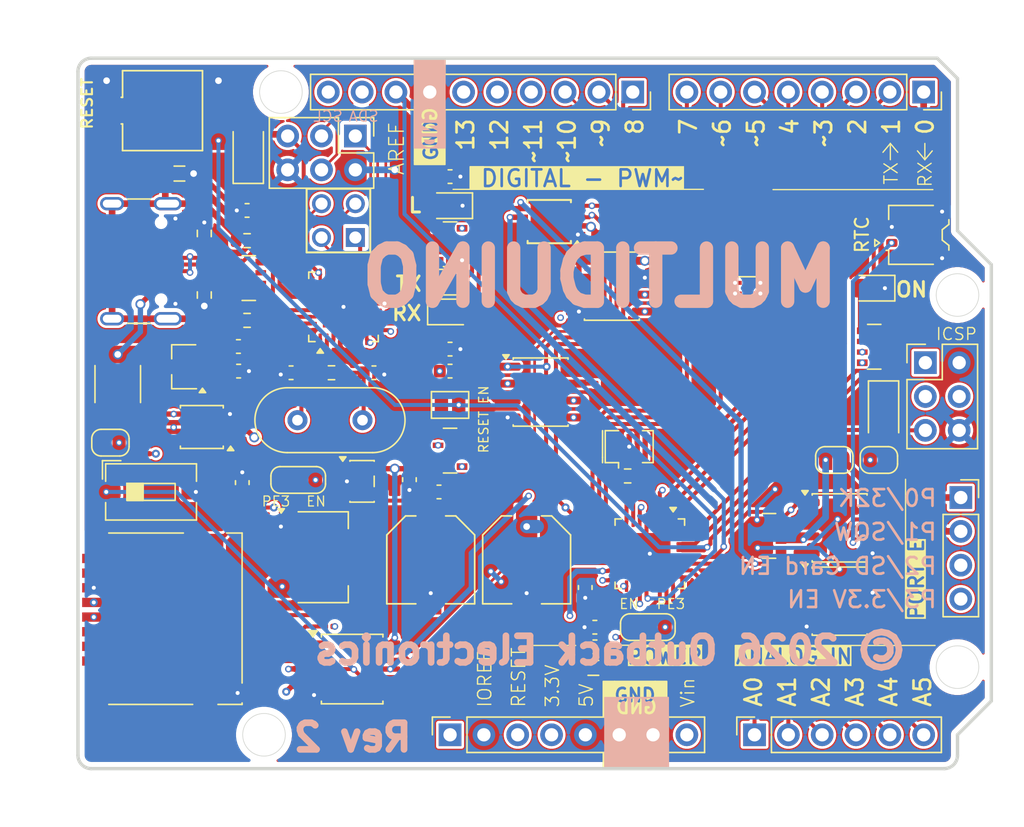
<source format=kicad_pcb>
(kicad_pcb (version 20241229) (generator "pcbnew") (generator_version "9.0")
  (title_block (title "Arduino Uno SMD (Type-C)") (date "2024-05-08") (rev "1") (company "Carlos Sabogal"))
  (layers (0 "F.Cu" signal) (4 "In1.Cu" signal) (6 "In2.Cu" signal) (2 "B.Cu" signal) (13 "F.Paste" user) (15 "B.Paste" user) (5 "F.SilkS" user "F.Silkscreen") (7 "B.SilkS" user "B.Silkscreen") (1 "F.Mask" user) (3 "B.Mask" user) (25 "Edge.Cuts" user))
  (net 0 "")
  (net 1 "GND")
  (net 2 "+5V")
  (net 3 "VCC")
  (net 4 "+3.3V")
  (net 5 "AREF")
  (net 6 "RESET")
  (net 7 "DTR")
  (net 8 "Net-(U3-UCAP)")
  (net 9 "Net-(U3-XTAL1)")
  (net 10 "AVCC")
  (net 11 "Net-(U3-PC0)")
  (net 12 "RESET2")
  (net 13 "Net-(D4-A)")
  (net 14 "Net-(D3-K)")
  (net 15 "Net-(D6-A)")
  (net 16 "USBVCC")
  (net 17 "Net-(D4-K)")
  (net 18 "USHIELD")
  (net 19 "SCK2")
  (net 20 "MOSI2")
  (net 21 "MISO2")
  (net 22 "PB5")
  (net 23 "PB4")
  (net 24 "PB7")
  (net 25 "PB6")
  (net 26 "MISO")
  (net 27 "MOSI")
  (net 28 "SCK")
  (net 29 "IO8")
  (net 30 "A4{slash}SDA")
  (net 31 "A5{slash}SCL")
  (net 32 "SS")
  (net 33 "IO6")
  (net 34 "IO5")
  (net 35 "IO4")
  (net 36 "IO3")
  (net 37 "IO2")
  (net 38 "IO0")
  (net 39 "IO1")
  (net 40 "IO7")
  (net 41 "A2")
  (net 42 "A0")
  (net 43 "A1")
  (net 44 "A3")
  (net 45 "CC2")
  (net 46 "Net-(F1-Pad1)")
  (net 47 "Net-(RN2D-R4.2)")
  (net 48 "CC1")
  (net 49 "GATE_CMD")
  (net 50 "Net-(RN2A-R1.2)")
  (net 51 "RD-")
  (net 52 "Net-(JP7-C)")
  (net 53 "RD+")
  (net 57 "M8RXD")
  (net 58 "M8TXD")
  (net 69 "Net-(R5-Pad2)")
  (net 70 "Net-(R6-Pad2)")
  (net 71 "Net-(R7-Pad2)")
  (net 72 "Net-(R8-Pad2)")
  (net 73 "SW1")
  (net 74 "SQW")
  (net 75 "32K")
  (net 76 "Net-(D1-A)")
  (net 77 "Net-(D3-A)")
  (net 80 "Net-(J5-DAT0)")
  (net 81 "Net-(J5-CMD)")
  (net 83 "Net-(J5-DAT3{slash}CD)")
  (net 84 "Net-(J5-CLK)")
  (net 89 "Net-(RN3A-R1.2)")
  (net 90 "XTAL2")
  (net 91 "XTAL1")
  (net 92 "EN")
  (net 93 "PE3")
  (net 94 "/PE2")
  (net 95 "/PE1")
  (net 96 "/PE0")
  (net 97 "Net-(JP6-C)")
  (net 98 "3.3{slash}SCL")
  (net 99 "3.3{slash}SDA")
  (net 100 "Net-(JP2-A)")
  (net 101 "Net-(RN1A-R1.2)")
  (net 102 "CS")
  (net 103 "Net-(U12-BP)")
  (net 104 "Net-(U5-SIO2)")
  (net 105 "Net-(U5-~{HOLD}{slash}SIO3)")
  (net 106 "Net-(J11-Pin_1)")
  (footprint "Jumper:SolderJumper-3_P1.3mm_Open_RoundedPad1.0x1.5mm_NumberLabels" (layer "F.Cu") (at 157 121.05)
    (property "Reference" "JP6" (hide yes))
    (property "Value" "SolderJumper_3_Open")
  )
  (footprint "Resistor_SMD:R_0603_1608Metric" (layer "F.Cu") (at 126.9111 92.0336 180)
    (property "Reference" "Z1" (hide yes))
    (property "Value" "5pF@1MHz")
  )
  (footprint "Inductor_SMD:L_0805_2012Metric" (layer "F.Cu") (at 121.8311 86.995)
    (property "Reference" "FB1" (hide yes))
    (property "Value" "1kΩ@100MHz")
  )
  (footprint "Package_SO:SOIC-8_3.9x4.9mm_P1.27mm" (layer "F.Cu") (at 154.3 95.45)
    (property "Reference" "U6" (hide yes))
    (property "Value" "FM24C64C")
  )
  (footprint "Button_Switch_SMD:SW_DIP_SPSTx01_Slide_6.7x4.1mm_W6.73mm_P2.54mm_LowProfile_JPin" (layer "F.Cu") (at 119.7 110.9)
    (property "Reference" "SW1" (hide yes))
    (property "Value" "SW_DIP_x01")
  )
  (footprint "Resistor_SMD:R_0201_0603Metric" (layer "F.Cu") (at 119.155 108.03 180)
    (property "Reference" "R14" (hide yes))
    (property "Value" "10k" (hide yes))
  )
  (footprint "Package_SO:TSSOP-8_3x3mm_P0.65mm" (layer "F.Cu") (at 149.6 90.6 180)
    (property "Reference" "U11" (hide yes))
    (property "Value" "PCA9306DP")
  )
  (footprint "Package_SO:SOIC-8_3.9x4.9mm_P1.27mm" (layer "F.Cu") (at 148.95 103.4)
    (property "Reference" "U5" (hide yes))
    (property "Value" "23AA02M-ISN")
  )
  (footprint "Resistor_SMD:R_0201_0603Metric" (layer "F.Cu") (at 144.69 102.13 -90)
    (property "Reference" "R12" (hide yes))
    (property "Value" "10k" (hide yes))
  )
  (footprint "Arduino Uno SMD:SW_TS06-667-30-BK-100-G-SMT-TR" (layer "F.Cu") (at 120.5611 82.2706)
    (property "Reference" "S1" (hide yes))
    (property "Value" "TS06-667-30-BK-100-G-SMT-TR")
  )
  (footprint "Arduino Uno SMD:CAP_EEHZA1E470P" (layer "F.Cu") (at 147.9 116 -90)
    (property "Reference" "C8" (hide yes))
    (property "Value" "47u")
  )
  (footprint "Package_DFN_QFN:QFN-32-1EP_5x5mm_P0.5mm_EP3.1x3.1mm" (layer "F.Cu") (at 157.15 115.5375 -90)
    (property "Reference" "U8" (hide yes))
    (property "Value" "ATmega328PB-M")
  )
  (footprint "Resistor_SMD:R_Array_Convex_4x0603" (layer "F.Cu") (at 142.1511 92.3036)
    (property "Reference" "RN3" (hide yes))
    (property "Value" "1k")
  )
  (footprint "Connector_PinSocket_2.54mm:PinSocket_1x08_P2.54mm_Vertical" (layer "F.Cu") (at 142.1511 129.1336 90)
    (property "Reference" "J6" (hide yes))
    (property "Value" "PPTC081LFBN-RC")
  )
  (footprint "Resistor_SMD:R_Array_Convex_4x0603" (layer "F.Cu") (at 166.1 114.2)
    (property "Reference" "RN4" (hide yes))
    (property "Value" "4.7k")
  )
  (footprint "Capacitor_SMD:C_0603_1608Metric" (layer "F.Cu") (at 142.1511 87.2236)
    (property "Reference" "C13" (hide yes))
    (property "Value" "100n")
  )
  (footprint "Capacitor_SMD:C_0603_1608Metric" (layer "F.Cu") (at 136.4361 101.95)
    (property "Reference" "C3" (hide yes))
    (property "Value" "22p")
  )
  (footprint "Resistor_SMD:R_0201_0603Metric" (layer "F.Cu") (at 139.05 124.73 -90)
    (property "Reference" "R6" (hide yes))
    (property "Value" "3.3K")
  )
  (footprint "Capacitor_SMD:C_0603_1608Metric" (layer "F.Cu") (at 153.0223 121.0564 180)
    (property "Reference" "C6" (hide yes))
    (property "Value" "100n")
  )
  (footprint "Capacitor_SMD:C_0603_1608Metric" (layer "F.Cu") (at 126.55 110.2 -90)
    (property "Reference" "C11" (hide yes))
    (property "Value" "100n")
  )
  (footprint "Capacitor_SMD:C_0603_1608Metric" (layer "F.Cu") (at 126.9111 89.7636)
    (property "Reference" "C2" (hide yes))
    (property "Value" "1u")
  )
  (footprint "Diode_SMD:D_1206_3216Metric" (layer "F.Cu") (at 174.7 104.85 -90)
    (property "Reference" "D5" (hide yes))
    (property "Value" "CD1206-S01575")
  )
  (footprint "LED_SMD:LED_0805_2012Metric" (layer "F.Cu") (at 173.8625 95.6 180)
    (property "Reference" "D6" (hide yes))
    (property "Value" "GREEN")
  )
  (footprint "LED_SMD:LED_0805_2012Metric" (layer "F.Cu") (at 142.1384 95.1484)
    (property "Reference" "D3" (hide yes))
    (property "Value" "YELLOW")
  )
  (footprint "Connector_PinSocket_2.54mm:PinSocket_1x04_P2.54mm_Vertical" (layer "F.Cu") (at 180.5 111.32)
    (property "Reference" "J8" (hide yes))
    (property "Value" "Conn_01x04")
  )
  (footprint "Resistor_SMD:R_0201_0603Metric" (layer "F.Cu") (at 135.47 121)
    (property "Reference" "R8" (hide yes))
    (property "Value" "3.3K")
  )
  (footprint "Capacitor_SMD:C_0603_1608Metric" (layer "F.Cu") (at 126.26 99.98 180)
    (property "Reference" "C16" (hide yes))
    (property "Value" "1uF" (hide yes))
  )
  (footprint "Arduino Uno SMD:CONN_M20-9980245_HRW" (layer "F.Cu") (at 135.039 91.796 90)
    (property "Reference" "J3" (hide yes))
    (property "Value" "M20-9980245")
  )
  (footprint "Diode_SMD:D_1206_3216Metric" (layer "F.Cu") (at 127 85.45 90)
    (property "Reference" "D2" (hide yes))
    (property "Value" "CD1206-S01575")
  )
  (footprint "Resistor_SMD:R_0201_0603Metric" (layer "F.Cu") (at 153.62 91.12 90)
    (property "Reference" "R9" (hide yes))
    (property "Value" "4.7k" (hide yes))
  )
  (footprint "Capacitor_SMD:C_0603_1608Metric" (layer "F.Cu") (at 141.32 110.9)
    (property "Reference" "C15" (hide yes))
    (property "Value" "100n" (hide yes))
  )
  (footprint "Jumper:SolderJumper-3_P1.3mm_Open_RoundedPad1.0x1.5mm_NumberLabels" (layer "F.Cu") (at 130.75 110 180)
    (property "Reference" "JP7" (hide yes))
    (property "Value" "SolderJumper_3_Open")
  )
  (footprint "Resistor_SMD:R_0603_1608Metric" (layer "F.Cu") (at 123.698 96.1136 -90)
    (property "Reference" "R2" (hide yes))
    (property "Value" "5k1")
  )
  (footprint "Package_SO:SOIC-8_3.9x4.9mm_P1.27mm" (layer "F.Cu") (at 171.4 119.1)
    (property "Reference" "U2" (hide yes))
    (property "Value" "AT24CS32-SSHM")
  )
  (footprint "Package_TO_SOT_SMD:SOT-223-3_TabPin2" (layer "F.Cu") (at 132.6 115.8)
    (property "Reference" "U10" (hide yes))
    (property "Value" "NCP1117-5.0_SOT223")
  )
  (footprint "Connector_PinSocket_2.54mm:PinSocket_1x06_P2.54mm_Vertical" (layer "F.Cu") (at 165.011 129.1336 90)
    (property "Reference" "J7" (hide yes))
    (property "Value" "PPTC061LFBN-RC")
  )
  (footprint "Connector_PinHeader_2.54mm:PinHeader_2x03_P2.54mm_Vertical" (layer "F.Cu") (at 135.0391 84.1756 -90)
    (property "Reference" "J2" (hide yes))
    (property "Value" "M20-9980345")
  )
  (footprint "Resistor_SMD:R_Array_Convex_4x0603" (layer "F.Cu") (at 127.0381 94.8436 180)
    (property "Reference" "RN2" (hide yes))
    (property "Value" "22R")
  )
  (footprint "Connector_JST:JST_ACH_BM02B-ACHSS-GAN-ETF_1x02-1MP_P1.20mm_Vertical" (layer "F.Cu") (at 177.194277 91.6 90)
    (property "Reference" "J11" (hide yes))
    (property "Value" "RTC")
  )
  (footprint "Capacitor_SMD:C_0603_1608Metric" (layer "F.Cu") (at 126.2761 101.8286)
    (property "Reference" "C10" (hide yes))
    (property "Value" "100n")
  )
  (footprint "Capacitor_SMD:C_0603_1608Metric" (layer "F.Cu") (at 139.1 109.977 90)
    (property "Reference" "C12" (hide yes))
    (property "Value" "1u")
  )
  (footprint "Resistor_SMD:R_Array_Convex_4x0603" (layer "F.Cu") (at 174 100 180)
    (property "Reference" "RN5" (hide yes))
    (property "Value" "1k")
  )
  (footprint "Package_SO:TSSOP-14_4.4x5mm_P0.65mm" (layer "F.Cu") (at 134.8 124.2)
    (property "Reference" "U7" (hide yes))
    (property "Value" "74LVC125")
  )
  (footprint "Jumper:SolderJumper-2_P1.3mm_Open_RoundedPad1.0x1.5mm" (layer "F.Cu") (at 174.35 108.5)
    (property "Reference" "JP3")
    (property "Value" "SolderJumper_2_Open")
  )
  (footprint "Capacitor_SMD:C_0603_1608Metric" (layer "F.Cu") (at 142.1511 101.8286)
    (property "Reference" "C5" (hide yes))
    (property "Value" "100n")
  )
  (footprint "Connector_USB:USB_C_Receptacle_GCT_USB4105-xx-A_16P_TopMnt_Horizontal" (layer "F.Cu") (at 117.85 93.5736 -90)
    (property "Reference" "J1" (hide yes))
    (property "Value" "USB_C_Receptacle_USB2.0_16P")
  )
  (footprint "Resistor_SMD:R_0603_1608Metric" (layer "F.Cu") (at 133.25 101.95 180)
    (property "Reference" "R3" (hide yes))
    (property "Value" "1M")
  )
  (footprint "Resistor_SMD:R_0201_0603Metric" (layer "F.Cu") (at 133.08 121 180)
    (property "Reference" "R5" (hide yes))
    (property "Value" "3.3K")
  )
  (footprint "Resistor_SMD:R_Array_Convex_4x0603" (layer "F.Cu") (at 142.1511 107.7976 180)
    (property "Reference" "RN1" (hide yes))
    (property "Value" "10k")
  )
  (footprint "Resistor_SMD:R_0603_1608Metric" (layer "F.Cu") (at 155.4861 109.7)
    (property "Reference" "R4" (hide yes))
    (property "Value" "1M")
  )
  (footprint "Capacitor_SMD:C_0603_1608Metric" (layer "F.Cu") (at 130.2131 101.95 180)
    (property "Reference" "C4" (hide yes))
    (property "Value" "22p")
  )
  (footprint "LED_SMD:LED_0805_2012Metric" (layer "F.Cu") (at 142.1511 89.408 180)
    (property "Reference" "D1" (hide yes))
    (property "Value" "YELLOW")
  )
  (footprint "Connector_PinSocket_2.54mm:PinSocket_1x08_P2.54mm_Vertical" (layer "F.Cu") (at 177.7111 80.8736 -90)
    (property "Reference" "J10" (hide yes))
    (property "Value" "PPTC081LFBN-RC")
  )
  (footprint "Resistor_SMD:R_0603_1608Metric" (layer "F.Cu") (at 126.9111 98.0186 180)
    (property "Reference" "Z2" (hide yes))
    (property "Value" "5pF@1MHz")
  )
  (footprint "Package_SO:MSOP-8_3x3mm_P0.65mm" (layer "F.Cu") (at 123.5125 106.025 180)
    (property "Reference" "U1" (hide yes))
    (property "Value" "LMV358IDGKR")
  )
  (footprint "Package_DFN_QFN:VQFN-32-1EP_5x5mm_P0.5mm_EP3.1x3.1mm" (layer "F.Cu") (at 134.1501 97.0026 90)
    (property "Reference" "U3" (hide yes))
    (property "Value" "ATMEGA16U2-MU")
  )
  (footprint "Capacitor_SMD:C_0603_1608Metric" (layer "F.Cu") (at 142.1511 100.1776)
    (property "Reference" "C1" (hide yes))
    (property "Value" "100n")
  )
  (footprint "Capacitor_SMD:C_0603_1608Metric" (layer "F.Cu") (at 152.3 118.075 90)
    (property "Reference" "C7" (hide yes))
    (property "Value" "100n")
  )
  (footprint "Resistor_SMD:R_0201_0603Metric" (layer "F.Cu") (at 153.385 102.76 180)
    (property "Reference" "R13" (hide yes))
    (property "Value" "10k" (hide yes))
  )
  (footprint "Resistor_SMD:R_0201_0603Metric" (layer "F.Cu") (at 130.55 124.505 -90)
    (property "Reference" "R7" (hide yes))
    (property "Value" "3.3K")
  )
  (footprint "LED_SMD:LED_0805_2012Metric" (layer "F.Cu") (at 142.1511 97.3836)
    (property "Reference" "D4" (hide yes))
    (property "Value" "YELLOW")
  )
  (footprint "Arduino Uno SMD:CAP_EEHZA1E470P" (layer "F.Cu") (at 140.7 116 -90)
    (property "Reference" "C9" (hide yes))
    (property "Value" "47u")
  )
  (footprint "Package_SO:SOIC-8_3.9x4.9mm_P1.27mm" (layer "F.Cu") (at 171.4 113.6)
    (property "Reference" "U4" (hide yes))
    (property "Value" "DS3231MZ")
  )
  (footprint "Crystal:Crystal_HC49-4H_Vertical" (layer "F.Cu") (at 135.5741 105.5116 180)
    (property "Reference" "Y1" (hide yes))
    (property "Value" "LFXTAL003240BULK")
  )
  (footprint "Package_TO_SOT_SMD:SOT-23-5" (layer "F.Cu") (at 135.544 110.104)
    (property "Reference" "U12" (hide yes))
    (property "Value" "MIC5219-3.3YM5" (hide yes))
  )
  (footprint "Connector_PinSocket_2.54mm:PinSocket_1x10_P2.54mm_Vertical" (layer "F.Cu") (at 155.8671 80.8736 -90)
    (property "Reference" "J9" (hide yes))
    (property "Value" "PPTC101LFBN-RC")
  )
  (footprint "Jumper:SolderJumper-2_P1.3mm_Open_Pad1.0x1.5mm" (layer "F.Cu") (at 142.1511 104.3686)
    (property "Reference" "JP2" (hide yes))
    (property "Value" "SolderJumper_2_Open")
  )
  (footprint "Resistor_SMD:R_0603_1608Metric" (layer "F.Cu") (at 123.698 91.4908 90)
    (property "Reference" "R1" (hide yes))
    (property "Value" "5k1")
  )
  (footprint "Crystal:Resonator_SMD_Murata_CSTxExxV-3Pin_3.0x1.1mm" (layer "F.Cu") (at 155.6 107.5)
    (property "Reference" "Y2" (hide yes))
    (property "Value" "CSTNE16M0V530000R0")
  )
  (footprint "Jumper:SolderJumper-2_P1.3mm_Open_RoundedPad1.0x1.5mm" (layer "F.Cu") (at 116.65 107.2)
    (property "Reference" "JP5")
    (property "Value" "SolderJumper_2_Open")
  )
  (footprint "Resistor_SMD:R_0201_0603Metric" (layer "F.Cu") (at 155.06 123.25 -90)
    (property "Reference" "R11" (hide yes))
    (property "Value" "100k" (hide yes))
  )
  (footprint "Capacitor_SMD:C_0603_1608Metric" (layer "F.Cu") (at 153.03 122.53 180)
    (property "Reference" "C14" (hide yes))
    (property "Value" "1uF" (hide yes))
  )
  (footprint "Sensor_Humidity:Sensirion_DFN-4_1.5x1.5mm_P0.8mm_SHT4x_NoCentralPad" (layer "F.Cu") (at 164.5 95.6)
    (property "Reference" "U9" (hide yes))
    (property "Value" "SHT4x")
  )
  (footprint "Fuse:Fuse_1812_4532Metric_Pad1.30x3.40mm_HandSolder" (layer "F.Cu") (at 117.2 102.8 -90)
    (property "Reference" "F1" (hide yes))
    (property "Value" "MF-MSMF050-2")
  )
  (footprint "Resistor_SMD:R_0201_0603Metric" (layer "F.Cu") (at 153.63 89.01 -90)
    (property "Reference" "R10" (hide yes))
    (property "Value" "4.7k" (hide yes))
  )
  (footprint "Connector_Card:microSD_HC_Hirose_DM3D-SF" (layer "F.Cu") (at 120.75 120.42 -90)
    (property "Reference" "J5" (hide yes))
    (property "Value" "Micro_SD_Card_Det1")
  )
  (footprint "Package_TO_SOT_SMD:SC-59" (layer "F.Cu") (at 122.2 101.5 180)
    (property "Reference" "Q1" (hide yes))
    (property "Value" "FDN340P")
  )
  (footprint "Jumper:SolderJumper-2_P1.3mm_Open_RoundedPad1.0x1.5mm" (layer "F.Cu") (at 171 108.5)
    (property "Reference" "JP4")
    (property "Value" "SolderJumper_2_Open")
  )
  (footprint "Connector_PinHeader_2.54mm:PinHeader_2x03_P2.54mm_Vertical" (layer "F.Cu") (at 177.8381 101.1936)
    (property "Reference" "J4" (hide yes))
    (property "Value" "M20-9980345")
  )
  (footprint "Inductor_SMD:L_0805_2012Metric" (layer "F.Cu") (at 152.91 124.11)
    (property "Reference" "FB2" (hide yes))
    (property "Value" "600 Ω @ 100 MHz")
  )
  (gr_rect (start 154.502 126.796) (end 157.552 127.757131) (stroke (width 0.1)) (fill yes) (layer "F.SilkS"))
  (gr_rect (start 139.4714 82.9136) (end 139.9286 86.0044) (stroke (width 0.1)) (fill yes) (layer "F.SilkS"))
  (gr_rect (start 143.6562 86.484) (end 144.6276 88.18) (stroke (width 0.1)) (fill yes) (layer "F.SilkS"))
  (gr_rect (start 154.502 125.1204) (end 157.552 125.4252) (stroke (width 0.1)) (fill yes) (layer "F.SilkS"))
  (gr_line (start 166.4 88.2) (end 178.4 88.2) (stroke (width 0.1)) (layer "F.SilkS"))
  (gr_line (start 163.569 122.428) (end 178.569 122.428) (stroke (width 0.1)) (layer "F.SilkS"))
  (gr_line (start 175.2092 84.7344) (end 174.653189 85.397028) (stroke (width 0.1)) (layer "F.SilkS"))
  (gr_line (start 143.6624 86.487) (end 144.6784 86.487) (stroke (width 0.1)) (layer "F.SilkS"))
  (gr_rect (start 153.6486 125.1204) (end 154.502 127.757131) (stroke (width 0.1)) (fill yes) (layer "F.SilkS"))
  (gr_rect (start 153.6486 130.521656) (end 158.4238 131.521656) (stroke (width 0.1)) (fill yes) (layer "F.SilkS"))
  (gr_line (start 177.8 84.7344) (end 177.8 85.9536) (stroke (width 0.1)) (layer "F.SilkS"))
  (gr_line (start 177.8 85.9536) (end 178.356011 85.290972) (stroke (width 0.1)) (layer "F.SilkS"))
  (gr_rect (start 157.552 125.1204) (end 158.4238 127.757131) (stroke (width 0.1)) (fill yes) (layer "F.SilkS"))
  (gr_rect (start 139.4714 82.261233) (end 141.7714 82.9136) (stroke (width 0.1)) (fill yes) (layer "F.SilkS"))
  (gr_line (start 177.8 85.9536) (end 177.243989 85.290972) (stroke (width 0.1)) (layer "F.SilkS"))
  (gr_line (start 176.35 120.375) (end 176.35 109.95) (stroke (width 0.1)) (layer "F.SilkS"))
  (gr_rect (start 139.4714 78.486) (end 141.7714 79.486) (stroke (width 0.1)) (fill yes) (layer "F.SilkS"))
  (gr_rect (start 139.4714 86.0044) (end 141.7714 86.3172) (stroke (width 0.1)) (fill yes) (layer "F.SilkS"))
  (gr_line (start 175.2092 85.9536) (end 175.2092 84.7344) (stroke (width 0.1)) (layer "F.SilkS"))
  (gr_line (start 148.436 122.428) (end 151.58 122.428) (stroke (width 0.1)) (layer "F.SilkS"))
  (gr_line (start 175.2092 84.7344) (end 175.765211 85.397028) (stroke (width 0.1)) (layer "F.SilkS"))
  (gr_line (start 154.59 122.41) (end 161.05 122.41) (stroke (width 0.1)) (layer "F.SilkS"))
  (gr_rect (start 141.3764 82.9136) (end 141.7714 86.0044) (stroke (width 0.1)) (fill yes) (layer "F.SilkS"))
  (gr_line (start 142.38 88.18) (end 161.172789 88.18) (stroke (width 0.1)) (layer "F.SilkS"))
  (gr_rect (start 139.4714 78.486) (end 141.7714 81.986) (stroke (width 0.1)) (fill yes) (layer "B.SilkS"))
  (gr_rect (start 141.31 81.99) (end 141.77 85.07) (stroke (width 0.1)) (fill yes) (layer "B.SilkS"))
  (gr_rect (start 153.7724 126.34) (end 154.6076 127.75) (stroke (width 0.1)) (fill yes) (layer "B.SilkS"))
  (gr_rect (start 139.47 81.99) (end 139.89 85.07) (stroke (width 0.1)) (fill yes) (layer "B.SilkS"))
  (gr_rect (start 157.7024 126.33) (end 158.5376 127.74) (stroke (width 0.1)) (fill yes) (layer "B.SilkS"))
  (gr_rect (start 153.7716 127.732346) (end 158.5468 131.522346) (stroke (width 0.1)) (fill yes) (layer "B.SilkS"))
  (gr_circle (center 180.2511 96.1136) (end 181.8511 96.1136) (stroke (width 0.05)) (fill no) (layer "Edge.Cuts"))
  (gr_circle (center 180.2511 124.0536) (end 181.8511 124.0536) (stroke (width 0.05)) (fill no) (layer "Edge.Cuts"))
  (gr_line (start 180.2511 91.2876) (end 182.7911 93.8276) (stroke (width 0.254)) (layer "Edge.Cuts"))
  (gr_line (start 180.2511 79.8576) (end 180.2511 91.2876) (stroke (width 0.254)) (layer "Edge.Cuts"))
  (gr_arc (start 114.2111 79.3336) (mid 114.503993 78.626493) (end 115.2111 78.3336) (stroke (width 0.254)) (layer "Edge.Cuts"))
  (gr_circle (center 129.4511 80.8736) (end 131.0511 80.8736) (stroke (width 0.05)) (fill no) (layer "Edge.Cuts"))
  (gr_line (start 179.2511 131.6736) (end 115.2111 131.6736) (stroke (width 0.254)) (layer "Edge.Cuts"))
  (gr_arc (start 180.2511 130.6736) (mid 179.95821 131.380714) (end 179.2511 131.6736) (stroke (width 0.254)) (layer "Edge.Cuts"))
  (gr_arc (start 115.2111 131.6736) (mid 114.503993 131.380707) (end 114.2111 130.6736) (stroke (width 0.254)) (layer "Edge.Cuts"))
  (gr_line (start 182.7911 93.8276) (end 182.7911 126.5936) (stroke (width 0.254)) (layer "Edge.Cuts"))
  (gr_circle (center 128.1811 129.1336) (end 129.7811 129.1336) (stroke (width 0.05)) (fill no) (layer "Edge.Cuts"))
  (gr_line (start 180.2511 129.1336) (end 180.2511 130.6736) (stroke (width 0.254)) (layer "Edge.Cuts"))
  (gr_line (start 182.7911 126.5936) (end 180.2511 129.1336) (stroke (width 0.254)) (layer "Edge.Cuts"))
  (gr_line (start 114.2111 130.6736) (end 114.2111 79.3336) (stroke (width 0.254)) (layer "Edge.Cuts"))
  (gr_line (start 178.7271 78.3336) (end 180.2511 79.8576) (stroke (width 0.254)) (layer "Edge.Cuts"))
  (gr_line (start 115.2111 78.3336) (end 178.7271 78.3336) (stroke (width 0.254)) (layer "Edge.Cuts"))
  (gr_text "0" (at 178.55 84.2 90) (layer "F.SilkS") (effects (font (size 1.25 1.25) (thickness 0.2) (bold yes)) (justify left bottom)))
  (gr_text "13" (at 144.05 85.4 90) (layer "F.SilkS") (effects (font (size 1.25 1.25) (thickness 0.2) (bold yes)) (justify left bottom)))
  (gr_text "TX" (at 137.95 95.925 0) (layer "F.SilkS") (effects (font (size 1.1 1.1) (thickness 0.22) (bold yes)) (justify left bottom)))
  (gr_text "3.3V" (at 150.42 127.15 90) (layer "F.SilkS") (effects (font (size 1 1) (thickness 0.1)) (justify left bottom)))
  (gr_text "12" (at 146.59 85.4 90) (layer "F.SilkS") (effects (font (size 1.25 1.25) (thickness 0.2) (bold yes)) (justify left bottom)))
  (gr_text "A2" (at 170.74 127.15 90) (layer "F.SilkS") (effects (font (size 1.25 1.25) (thickness 0.2) (bold yes)) (justify left bottom)))
  (gr_text "ANALOG IN" (at 163.505 123.9 0) (layer "F.SilkS" knockout) (effects (font (size 1.1 1.1) (thickness 0.2) (bold yes)) (justify left bottom)))
  (gr_text "RX" (at 137.675 98.125 0) (layer "F.SilkS") (effects (font (size 1.1 1.1) (thickness 0.22) (bold yes)) (justify left bottom)))
  (gr_text "PE3" (at 127.95 112.05 0) (layer "F.SilkS") (effects (font (size 0.75 0.75) (thickness 0.09375)) (justify left bottom)))
  (gr_text "2" (at 173.47 84.2 90) (layer "F.SilkS") (effects (font (size 1.25 1.25) (thickness 0.2) (bold yes)) (justify left bottom)))
  (gr_text "RX" (at 178.4 88.1 90) (layer "F.SilkS") (effects (font (size 1 1) (thickness 0.1)) (justify left bottom)))
  (gr_text "~6" (at 163.31 85.1 90) (layer "F.SilkS") (effects (font (size 1.25 1.25) (thickness 0.2) (bold yes)) (justify left bottom)))
  (gr_text "PORT E" (at 177.8 120.6 90) (layer "F.SilkS" knockout) (effects (font (size 1.1 1.1) (thickness 0.2) (bold yes)) (justify left bottom)))
  (gr_text "5V" (at 152.96 127.15 90) (layer "F.SilkS") (effects (font (size 1 1) (thickness 0.1)) (justify left bottom)))
  (gr_text "~9" (at 154.21 85.1 90) (layer "F.SilkS") (effects (font (size 1.25 1.25) (thickness 0.2) (bold yes)) (justify left bottom)))
  (gr_text "POWER" (at 155.33 123.9 0) (layer "F.SilkS" knockout) (effects (font (size 1.1 1.1) (thickness 0.2) (bold yes)) (justify left bottom)))
  (gr_text "~3" (at 170.93 85.1 90) (layer "F.SilkS") (effects (font (size 1.25 1.25) (thickness 0.2) (bold yes)) (justify left bottom)))
  (gr_text "A4" (at 175.82 127.15 90) (layer "F.SilkS") (effects (font (size 1.25 1.25) (thickness 0.2) (bold yes)) (justify left bottom)))
  (gr_text "A3" (at 173.28 127.15 90) (layer "F.SilkS") (effects (font (size 1.25 1.25) (thickness 0.2) (bold yes)) (justify left bottom)))
  (gr_text "GND" (at 154.377 126.746 0) (layer "F.SilkS" knockout) (effects (font (size 1 1) (thickness 0.2) (bold yes)) (justify left bottom)))
  (gr_text "TX" (at 175.85 87.9 90) (layer "F.SilkS") (effects (font (size 1 1) (thickness 0.1)) (justify left bottom)))
  (gr_text "PE3" (at 157.6 119.75 0) (layer "F.SilkS") (effects (font (size 0.75 0.75) (thickness 0.09375)) (justify left bottom)))
  (gr_text "8" (at 156.75 84.2 90) (layer "F.SilkS") (effects (font (size 1.25 1.25) (thickness 0.2) (bold yes)) (justify left bottom)))
  (gr_text "A5" (at 178.36 127.15 90) (layer "F.SilkS") (effects (font (size 1.25 1.25) (thickness 0.2) (bold yes)) (justify left bottom)))
  (gr_text "Vin" (at 160.58 127.15 90) (layer "F.SilkS") (effects (font (size 1 1) (thickness 0.1)) (justify left bottom)))
  (gr_text "AREF" (at 138.78 87.18 90) (layer "F.SilkS") (effects (font (size 1.1 1.1) (thickness 0.1)) (justify left bottom)))
  (gr_text "1" (at 176.01 84.2 90) (layer "F.SilkS") (effects (font (size 1.25 1.25) (thickness 0.2) (bold yes)) (justify left bottom)))
  (gr_text "ON" (at 175.5 96.35 0) (layer "F.SilkS") (effects (font (size 1.1 1.1) (thickness 0.22) (bold yes)) (justify left bottom)))
  (gr_text "L" (at 138.925 90.025 0) (layer "F.SilkS") (effects (font (size 1.1 1.1) (thickness 0.22) (bold yes)) (justify left bottom)))
  (gr_text "EN" (at 154.8 119.75 0) (layer "F.SilkS") (effects (font (size 0.75 0.75) (thickness 0.09375)) (justify left bottom)))
  (gr_text "~5" (at 165.85 85.1 90) (layer "F.SilkS") (effects (font (size 1.25 1.25) (thickness 0.2) (bold yes)) (justify left bottom)))
  (gr_text "4" (at 168.39 84.2 90) (layer "F.SilkS") (effects (font (size 1.25 1.25) (thickness 0.2) (bold yes)) (justify left bottom)))
  (gr_text "A0" (at 165.66 127.15 90) (layer "F.SilkS") (effects (font (size 1.25 1.25) (thickness 0.2) (bold yes)) (justify left bottom)))
  (gr_text "EN" (at 131.3 112.05 0) (layer "F.SilkS") (effects (font (size 0.75 0.75) (thickness 0.09375)) (justify left bottom)))
  (gr_text "7" (at 160.77 84.2 90) (layer "F.SilkS") (effects (font (size 1.25 1.25) (thickness 0.2) (bold yes)) (justify left bottom)))
  (gr_text "IOREF" (at 145.34 127.15 90) (layer "F.SilkS") (effects (font (size 1 1) (thickness 0.1)) (justify left bottom)))
  (gr_text "GND" (at 141.3 86.1314 90) (layer "F.SilkS" knockout) (effects (font (size 1 1) (thickness 0.2) (bold yes)) (justify left bottom)))
  (gr_text "RESET" (at 147.8788 127.15 90) (layer "F.SilkS") (effects (font (size 1 1) (thickness 0.1)) (justify left bottom)))
  (gr_text "~10" (at 151.67 86.3 90) (layer "F.SilkS") (effects (font (size 1.25 1.25) (thickness 0.2) (bold yes)) (justify left bottom)))
  (gr_text "RESET EN" (at 145.0848 108.0516 90) (layer "F.SilkS") (effects (font (size 0.7 0.7) (thickness 0.1)) (justify left bottom)))
  (gr_text "ICSP" (at 178.56 99.57 0) (layer "F.SilkS") (effects (font (size 0.9 0.9) (thickness 0.1)) (justify left bottom)))
  (gr_text "~11" (at 149.13 86.3 90) (layer "F.SilkS") (effects (font (size 1.25 1.25) (thickness 0.2) (bold yes)) (justify left bottom)))
  (gr_text "A1" (at 168.2 127.15 90) (layer "F.SilkS") (effects (font (size 1.25 1.25) (thickness 0.2) (bold yes)) (justify left bottom)))
  (gr_text "RESET" (at 115.3668 83.7692 90) (layer "F.SilkS") (effects (font (size 0.8 0.85) (thickness 0.16) (bold yes)) (justify left bottom)))
  (gr_text "DIGITAL - PWM~" (at 144.35 88.09 0) (layer "F.SilkS" knockout) (effects (font (size 1.25 1.25) (thickness 0.2) (bold yes)) (justify left bottom)))
  (gr_text "© 2026 Outback Electronics" (at 176.58 123.97 0) (layer "B.SilkS") (effects (font (size 2 2) (thickness 0.5) (bold yes)) (justify left bottom mirror)))
  (gr_text "P2/SD Card EN" (at 178.8 117.2 -0) (layer "B.SilkS") (effects (font (size 1.25 1.25) (thickness 0.2) (bold yes)) (justify left bottom mirror)))
  (gr_text "SDA" (at 136.85 83.16 0) (layer "B.SilkS") (effects (font (size 0.8 0.8) (thickness 0.1)) (justify left bottom mirror)))
  (gr_text "GND" (at 157.8 127.63 0) (layer "B.SilkS" knockout) (effects (font (size 1 1) (thickness 0.2) (bold yes)) (justify left bottom mirror)))
  (gr_text "SCL" (at 134.16 83.16 0) (layer "B.SilkS") (effects (font (size 0.8 0.8) (thickness 0.1)) (justify left bottom mirror)))
  (gr_text "P0/32K" (at 178.8 112.1 -0) (layer "B.SilkS") (effects (font (size 1.25 1.25) (thickness 0.2) (bold yes)) (justify left bottom mirror)))
  (gr_text "Rev 2" (at 139.5 130.5 0) (layer "B.SilkS") (effects (font (size 2 2) (thickness 0.5) (bold yes)) (justify left bottom mirror)))
  (gr_text "MULTIDUINO" (at 171.775 97.125 0) (layer "B.SilkS") (effects (font (size 4 4) (thickness 1) (bold yes)) (justify left bottom mirror)))
  (gr_text "P1/SQW" (at 178.8 114.64 -0) (layer "B.SilkS") (effects (font (size 1.25 1.25) (thickness 0.2) (bold yes)) (justify left bottom mirror)))
  (gr_text "P3/3.3V EN" (at 178.8 119.7 -0) (layer "B.SilkS") (effects (font (size 1.25 1.25) (thickness 0.2) (bold yes)) (justify left bottom mirror)))
  (gr_text "GND" (at 141.24 81.92 90) (layer "B.SilkS" knockout) (effects (font (size 1 1) (thickness 0.2) (bold yes)) (justify left bottom mirror)))
  (segment (start 168.925 118.465) (end 168.925 117.195) (width 0.4) (layer "F.Cu") (net 1))
  (segment (start 134.1501 97.0026) (end 133.4001 97.7526) (width 0.3) (layer "F.Cu") (net 1))
  (segment (start 145.1524 108.1976) (end 143.0511 108.1976) (width 0.3) (layer "F.Cu") (net 1))
  (segment (start 152.636 122.911) (end 152.255 122.53) (width 0.3) (layer "F.Cu") (net 1))
  (segment (start 133.9001 96.7526) (end 131.7126 96.7526) (width 0.3) (layer "F.Cu") (net 1))
  (segment (start 126.1361 89.7636) (end 126.1361 89.8886) (width 0.5) (layer "F.Cu") (net 1))
  (segment (start 165.45 95.2) (end 165.2 95.2) (width 0.3) (layer "F.Cu") (net 1))
  (segment (start 155.06 123.57) (end 155.06 124.43431) (width 0.3) (layer "F.Cu") (net 1))
  (segment (start 168.925 117.195) (end 168.155 117.195) (width 0.4) (layer "F.Cu") (net 1))
  (segment (start 133.4001 97.7526) (end 133.4001 99.4401) (width 0.3) (layer "F.Cu") (net 1))
  (segment (start 168.155 117.195) (end 168.15 117.2) (width 0.4) (layer "F.Cu") (net 1))
  (segment (start 134.1501 97.0026) (end 133.9001 96.7526) (width 0.3) (layer "F.Cu") (net 1))
  (segment (start 152.636 124.18531) (end 152.636 122.911) (width 0.3) (layer "F.Cu") (net 1))
  (segment (start 157.4 115.7875) (end 157.15 115.5375) (width 0.3) (layer "F.Cu") (net 1))
  (segment (start 168.925 119.735) (end 168.925 118.465) (width 0.4) (layer "F.Cu") (net 1))
  (segment (start 152.2473 122.5223) (end 152.255 122.53) (width 0.3) (layer "F.Cu") (net 1))
  (segment (start 123.3675 86.995) (end 126.1361 89.7636) (width 0.4) (layer "F.Cu") (net 1))
  (segment (start 155.06 124.43431) (end 154.43331 125.061) (width 0.3) (layer "F.Cu") (net 1))
  (segment (start 156.9 113.1) (end 156.9 115.2875) (width 0.3) (layer "F.Cu") (net 1))
  (segment (start 168.925 121.005) (end 168.925 119.735) (width 0.4) (layer "F.Cu") (net 1))
  (segment (start 153.51169 125.061) (end 152.636 124.18531) (width 0.3) (layer "F.Cu") (net 1))
  (segment (start 146.475 105.305) (end 146.475 106.875) (width 0.3) (layer "F.Cu") (net 1))
  (segment (start 157.4 117.975) (end 157.4 115.7875) (width 0.3) (layer "F.Cu") (net 1))
  (segment (start 122.8936 86.995) (end 123.3675 86.995) (width 0.4) (layer "F.Cu") (net 1))
  (segment (start 152.2473 121.0564) (end 152.2473 122.5223) (width 0.3) (layer "F.Cu") (net 1))
  (segment (start 142.095 108.6017) (end 142.095 110.9) (width 0.3) (layer "F.Cu") (net 1))
  (segment (start 146.475 106.875) (end 145.1524 108.1976) (width 0.3) (layer "F.Cu") (net 1))
  (segment (start 156.9 115.2875) (end 157.15 115.5375) (width 0.3) (layer "F.Cu") (net 1))
  (segment (start 154.43331 125.061) (end 153.51169 125.061) (width 0.3) (layer "F.Cu") (net 1))
  (segment (start 143.0511 108.1976) (end 142.4991 108.1976) (width 0.3) (layer "F.Cu") (net 1))
  (segment (start 142.4991 108.1976) (end 142.095 108.6017) (width 0.3) (layer "F.Cu") (net 1))
  (via (at 157.15 115.5375) (size 0.5) (drill 0.3) (layers "F.Cu" "B.Cu") (net 1))
  (via (at 146.475 105.305) (size 0.5) (drill 0.3) (layers "F.Cu" "B.Cu") (net 1))
  (via (at 124.7611 80.0206) (size 0.75) (drill 0.5) (layers "F.Cu" "B.Cu") (net 1))
  (via (at 173.875 118.465) (size 0.5) (drill 0.3) (layers "F.Cu" "B.Cu") (net 1))
  (via (at 134.4065 110.104) (size 0.5) (drill 0.3) (layers "F.Cu" "B.Cu") (net 1))
  (via (at 179.094277 93.35) (size 0.6) (drill 0.3) (layers "F.Cu" "B.Cu") (net 1))
  (via (at 165.45 95.2) (size 0.5) (drill 0.3) (layers "F.Cu" "B.Cu") (net 1))
  (via (at 174.8 95.6) (size 0.5) (drill 0.3) (layers "F.Cu" "B.Cu") (net 1))
  (via (at 126.55 109.425) (size 0.5) (drill 0.3) (layers "F.Cu" "B.Cu") (net 1))
  (via (at 129.4381 102.0826) (size 0.5) (drill 0.3) (layers "F.Cu" "B.Cu") (net 1))
  (via (at 115.4 118.095) (size 0.5) (drill 0.3) (layers "F.Cu" "B.Cu") (net 1))
  (via (at 151.75 91.575) (size 0.5) (drill 0.3) (layers "F.Cu" "B.Cu") (net 1))
  (via (at 155.6 107.5) (size 0.5) (drill 0.3) (layers "F.Cu" "B.Cu") (net 1))
  (via (at 123.698 96.9386) (size 0.75) (drill 0.5) (layers "F.Cu" "B.Cu") (net 1))
  (via (at 127.0511 101.8286) (size 0.5) (drill 0.3) (layers "F.Cu" "B.Cu") (net 1))
  (via (at 126.2 125.995) (size 0.5) (drill 0.3) (layers "F.Cu" "B.Cu") (net 1))
  (via (at 152.2473 121.0564) (size 0.5) (drill 0.3) (layers "F.Cu" "B.Cu") (net 1))
  (via (at 175.319277 91) (size 0.6) (drill 0.3) (layers "F.Cu" "B.Cu") (net 1))
  (via (at 125.625 105.05) (size 0.5) (drill 0.3) (layers "F.Cu" "B.Cu") (net 1))
  (via (at 179.094277 89.85) (size 0.6) (drill 0.3) (layers "F.Cu" "B.Cu") (net 1))
  (via (at 147.9 118.5) (size 0.5) (drill 0.3) (layers "F.Cu" "B.Cu") (net 1))
  (via (at 137.2111 102.0826) (size 0.5) (drill 0.3) (layers "F.Cu" "B.Cu") (net 1))
  (via (at 123.698 90.6658) (size 0.5) (drill 0.3) (layers "F.Cu" "B.Cu") (net 1))
  (via (at 116.3611 80.0206) (size 0.75) (drill 0.5) (layers "F.Cu" "B.Cu") (net 1))
  (via (at 139.1 110.752) (size 0.5) (drill 0.3) (layers "F.Cu" "B.Cu") (net 1))
  (via (at 173.875 115.505) (size 0.5) (drill 0.3) (layers "F.Cu" "B.Cu") (net 1))
  (via (at 122.8936 86.995) (size 0.75) (drill 0.5) (layers "F.Cu" "B.Cu") (net 1))
  (via (at 126.1361 89.7636) (size 0.5) (drill 0.3) (layers "F.Cu" "B.Cu") (net 1))
  (via (at 152.3 118.85) (size 0.5) (drill 0.3) (layers "F.Cu" "B.Cu") (net 1))
  (via (at 142.9261 87.2236) (size 0.5) (drill 0.3) (layers "F.Cu" "B.Cu") (net 1))
  (via (at 143.0886 89.408) (size 0.5) (drill 0.3) (layers "F.Cu" "B.Cu") (net 1))
  (via (at 168.925 121.005) (size 0.5) (drill 0.3) (layers "F.Cu" "B.Cu") (net 1))
  (via (at 121.53 96.7736) (size 0.6) (drill 0.3) (layers "F.Cu" "B.Cu") (net 1))
  (via (at 143.0511 93.5036) (size 0.5) (drill 0.3) (layers "F.Cu" "B.Cu") (net 1))
  (via (at 142.9261 100.1776) (size 0.5) (drill 0.3) (layers "F.Cu" "B.Cu") (net 1))
  (via (at 151.825 97.355) (size 0.5) (drill 0.3) (layers "F.Cu" "B.Cu") (net 1))
  (via (at 134.1501 97.0026) (size 0.5) (drill 0.3) (layers "F.Cu" "B.Cu") (net 1))
  (via (at 129.45 113.5) (size 0.5) (drill 0.3) (layers "F.Cu" "B.Cu") (net 1))
  (via (at 156.775 94.815) (size 0.5) (drill 0.3) (layers "F.Cu" "B.Cu") (net 1))
  (via (at 123.065 110.9) (size 0.5) (drill 0.3) (layers "F.Cu" "B.Cu") (net 1))
  (via (at 121.53 90.3736) (size 0.6) (drill 0.3) (layers "F.Cu" "B.Cu") (net 1))
  (via (at 131.9375 126.15) (size 0.5) (drill 0.3) (layers "F.Cu" "B.Cu") (net 1))
  (via (at 140.7 118.5) (size 0.5) (drill 0.3) (layers "F.Cu" "B.Cu") (net 1))
  (via (at 138.0011 86.7156) (size 0.75) (drill 0.5) (layers "F.Cu" "B.Cu") (net 2))
  (via (at 166.55 110.7) (size 0.5) (drill 0.3) (layers "F.Cu" "B.Cu") (net 2))
  (via (at 171.25 112.95) (size 0.5) (drill 0.3) (layers "F.Cu" "B.Cu") (net 2))
  (via (at 171.4 116.7) (size 0.5) (drill 0.3) (layers "F.Cu" "B.Cu") (net 2))
  (via (at 165.25 115.1) (size 0.5) (drill 0.3) (layers "F.Cu" "B.Cu") (net 2))
  (via (at 145.988909 117.638909) (size 0.5) (drill 0.3) (layers "F.Cu" "B.Cu") (net 2))
  (via (at 165.2 113) (size 0.5) (drill 0.3) (layers "F.Cu" "B.Cu") (net 2))
  (via (at 145.211091 116.861091) (size 0.5) (drill 0.3) (layers "F.Cu" "B.Cu") (net 2))
  (segment (start 138.0011 86.7156) (end 135.0391 86.7156) (width 0.5) (layer "B.Cu") (net 2))
  (segment (start 145.211091 116.861091) (end 145.988909 117.638909) (width 0.4) (layer "B.Cu") (net 2))
  (segment (start 165.2 113) (end 165.2 112.05) (width 0.3) (layer "B.Cu") (net 2))
  (segment (start 169.1 115.1) (end 171.25 112.95) (width 0.3) (layer "B.Cu") (net 2))
  (segment (start 171.4 116.7) (end 169.8 115.1) (width 0.3) (layer "B.Cu") (net 2))
  (segment (start 169.8 115.1) (end 169.1 115.1) (width 0.3) (layer "B.Cu") (net 2))
  (segment (start 165.25 115.1) (end 169.1 115.1) (width 0.3) (layer "B.Cu") (net 2))
  (segment (start 165.2 112.05) (end 166.55 110.7) (width 0.3) (layer "B.Cu") (net 2))
  (segment (start 147.5535 113.5) (end 147.9 113.5) (width 0.3) (layer "F.Cu") (net 3))
  (segment (start 129.549265 118.000735) (end 129.45 118.1) (width 0.4) (layer "F.Cu") (net 3))
  (via (at 143.0511 108.9976) (size 0.5) (drill 0.3) (layers "F.Cu" "B.Cu") (net 3))
  (via (at 147.9 113.5) (size 0.75) (drill 0.5) (layers "F.Cu" "B.Cu") (net 3))
  (via (at 129.549265 118.000735) (size 0.5) (drill 0.3) (layers "F.Cu" "B.Cu") (net 3))
  (segment (start 147.9 113.5) (end 148.7 113.5) (width 1) (layer "B.Cu") (net 3))
  (segment (start 152.726129 90.988945) (end 153.177184 91.44) (width 0.4) (layer "F.Cu") (net 4))
  (segment (start 152.95 91.212816) (end 152.95 92.42) (width 0.4) (layer "F.Cu") (net 4))
  (segment (start 150.849 90.693) (end 151.081 90.925) (width 0.3) (layer "F.Cu") (net 4))
  (segment (start 152.726129 90.988945) (end 152.95 91.212816) (width 0.4) (layer "F.Cu") (net 4))
  (segment (start 151.825 93.545) (end 151.825 94.815) (width 0.4) (layer "F.Cu") (net 4))
  (segment (start 151.233 88.69) (end 150.849 89.074) (width 0.3) (layer "F.Cu") (net 4))
  (segment (start 165.45 96) (end 165.2 96) (width 0.3) (layer "F.Cu") (net 4))
  (segment (start 138 121.85) (end 138 121.9125) (width 0.4) (layer "F.Cu") (net 4))
  (segment (start 125.625 106.35) (end 127 106.35) (width 0.4) (layer "F.Cu") (net 4))
  (segment (start 151.825 96.085) (end 151.825 94.815) (width 0.4) (layer "F.Cu") (net 4))
  (segment (start 127 106.35) (end 127.45 106.8) (width 0.4) (layer "F.Cu") (net 4))
  (segment (start 120.06 108.03) (end 119.475 108.03) (width 0.3) (layer "F.Cu") (net 4))
  (segment (start 136.6815 109.154) (end 138 109.154) (width 0.4) (layer "F.Cu") (net 4))
  (segment (start 152.95 92.42) (end 151.825 93.545) (width 0.4) (layer "F.Cu") (net 4))
  (segment (start 138 109.154) (end 139.052 109.154) (width 0.4) (layer "F.Cu") (net 4))
  (segment (start 150.849 89.074) (end 150.849 90.693) (width 0.3) (layer "F.Cu") (net 4))
  (segment (start 153.177184 91.44) (end 153.62 91.44) (width 0.4) (layer "F.Cu") (net 4))
  (segment (start 139.052 109.154) (end 139.1 109.202) (width 0.4) (layer "F.Cu") (net 4))
  (segment (start 151.75 90.925) (end 152.662184 90.925) (width 0.4) (layer "F.Cu") (net 4))
  (segment (start 153.63 88.69) (end 151.233 88.69) (width 0.3) (layer "F.Cu") (net 4))
  (segment (start 152.662184 90.925) (end 152.726129 90.988945) (width 0.4) (layer "F.Cu") (net 4))
  (segment (start 151.081 90.925) (end 151.75 90.925) (width 0.3) (layer "F.Cu") (net 4))
  (segment (start 138 121.9125) (end 137.6625 122.25) (width 0.4) (layer "F.Cu") (net 4))
  (via (at 138 121.85) (size 0.5) (drill 0.3) (layers "F.Cu" "B.Cu") (net 4))
  (via (at 156.775 93.545) (size 0.75) (drill 0.5) (layers "F.Cu" "B.Cu") (net 4))
  (via (at 152.726129 90.988945) (size 0.75) (drill 0.5) (layers "F.Cu" "B.Cu") (net 4))
  (via (at 165.45 96) (size 0.5) (drill 0.3) (layers "F.Cu" "B.Cu") (net 4))
  (via (at 138 109.154) (size 0.75) (drill 0.5) (layers "F.Cu" "B.Cu") (net 4))
  (via (at 120.06 108.03) (size 0.6) (drill 0.3) (layers "F.Cu" "B.Cu") (net 4))
  (via (at 115.4 120.295) (size 0.5) (drill 0.3) (layers "F.Cu" "B.Cu") (net 4))
  (via (at 127.45 106.8) (size 0.75) (drill 0.5) (layers "F.Cu" "B.Cu") (net 4))
  (segment (start 138 121.85) (end 138 109.154) (width 0.4) (layer "B.Cu") (net 4))
  (segment (start 156.9 118.8) (end 156.9 117.975) (width 0.3) (layer "F.Cu") (net 5))
  (segment (start 157 118.9) (end 156.9 118.8) (width 0.3) (layer "F.Cu") (net 5))
  (segment (start 141.3761 84.1626) (end 138.0871 80.8736) (width 0.5) (layer "F.Cu") (net 5))
  (segment (start 141.3761 87.2236) (end 141.3761 84.1626) (width 0.5) (layer "F.Cu") (net 5))
  (via (at 157 118.9) (size 0.5) (drill 0.3) (layers "F.Cu" "B.Cu") (net 5))
  (segment (start 157 118.9) (end 158.449943 118.9) (width 0.3) (layer "B.Cu") (net 5))
  (segment (start 162.051 112.855557) (end 143.300043 94.1046) (width 0.3) (layer "B.Cu") (net 5))
  (segment (start 142.802157 94.1046) (end 138.7271 90.029543) (width 0.3) (layer "B.Cu") (net 5))
  (segment (start 158.449943 118.9) (end 162.051 115.298943) (width 0.3) (layer "B.Cu") (net 5))
  (segment (start 143.300043 94.1046) (end 142.802157 94.1046) (width 0.3) (layer "B.Cu") (net 5))
  (segment (start 162.051 115.298943) (end 162.051 112.855557) (width 0.3) (layer "B.Cu") (net 5))
  (segment (start 138.7271 90.029543) (end 138.7271 81.5136) (width 0.3) (layer "B.Cu") (net 5))
  (segment (start 138.7271 81.5136) (end 138.0871 80.8736) (width 0.3) (layer "B.Cu") (net 5))
  (segment (start 161.2125 115.2875) (end 159.5875 115.2875) (width 0.3) (layer "F.Cu") (net 6))
  (segment (start 161.7 114.8) (end 161.7 114.439479) (width 0.3) (layer "F.Cu") (net 6))
  (segment (start 161.45 115.05) (end 161.7 114.8) (width 0.3) (layer "F.Cu") (net 6))
  (segment (start 161.7 114.439479) (end 169.889479 106.25) (width 0.3) (layer "F.Cu") (net 6))
  (segment (start 177.8381 106.2736) (end 174.7236 106.2736) (width 0.3) (layer "F.Cu") (net 6))
  (segment (start 142.8011 106.3476) (end 143.0511 106.5976) (width 0.3) (layer "F.Cu") (net 6))
  (segment (start 142.8011 104.3686) (end 142.8011 106.3476) (width 0.3) (layer "F.Cu") (net 6))
  (segment (start 169.889479 106.25) (end 174.7 106.25) (width 0.3) (layer "F.Cu") (net 6))
  (segment (start 161.45 115.05) (end 161.2125 115.2875) (width 0.3) (layer "F.Cu") (net 6))
  (segment (start 116.3611 84.5206) (end 124.7611 84.5206) (width 1) (layer "F.Cu") (net 6))
  (segment (start 174.7236 106.2736) (end 174.7 106.25) (width 0.3) (layer "F.Cu") (net 6))
  (via (at 124.7611 84.5206) (size 0.5) (drill 0.3) (layers "F.Cu" "B.Cu") (net 6))
  (via (at 161.45 115.05) (size 0.5) (drill 0.3) (layers "F.Cu" "B.Cu") (net 6))
  (via (at 142.8011 104.3686) (size 0.5) (drill 0.3) (layers "F.Cu" "B.Cu") (net 6))
  (segment (start 157.85 115.05) (end 147.2 104.4) (width 0.3) (layer "B.Cu") (net 6))
  (segment (start 138.0186 104.3686) (end 124.7611 91.1111) (width 0.3) (layer "B.Cu") (net 6))
  (segment (start 161.45 115.05) (end 157.85 115.05) (width 0.3) (layer "B.Cu") (net 6))
  (segment (start 124.7611 91.1111) (end 124.7611 84.5206) (width 0.3) (layer "B.Cu") (net 6))
  (segment (start 142.8011 104.3686) (end 138.0186 104.3686) (width 0.3) (layer "B.Cu") (net 6))
  (segment (start 147.2 104.4) (end 142.85 104.4) (width 0.3) (layer "B.Cu") (net 6))
  (segment (start 137.230177 96.634033) (end 140.36061 93.5036) (width 0.3) (layer "F.Cu") (net 7))
  (segment (start 137.111611 96.752601) (end 137.11161 96.7526) (width 0.3) (layer "F.Cu") (net 7))
  (segment (start 137.11161 96.7526) (end 136.5876 96.7526) (width 0.3) (layer "F.Cu") (net 7))
  (segment (start 140.36061 93.5036) (end 141.2511 93.5036) (width 0.3) (layer "F.Cu") (net 7))
  (segment (start 137.230177 96.752601) (end 137.111611 96.752601) (width 0.3) (layer "F.Cu") (net 7))
  (segment (start 137.230177 96.752601) (end 137.230177 96.634033) (width 0.3) (layer "F.Cu") (net 7))
  (via (at 141.3761 101.8286) (size 0.5) (drill 0.3) (layers "F.Cu" "B.Cu") (net 7))
  (via (at 137.230177 96.752601) (size 0.5) (drill 0.3) (layers "F.Cu" "B.Cu") (net 7))
  (segment (start 129.35 95.3) (end 130.3026 96.2526) (width 0.3) (layer "F.Cu") (net 8))
  (segment (start 130.3026 96.2526) (end 131.7126 96.2526) (width 0.3) (layer "F.Cu") (net 8))
  (segment (start 127.6861 89.7636) (end 129.35 91.4275) (width 0.3) (layer "F.Cu") (net 8))
  (segment (start 129.35 91.4275) (end 129.35 95.3) (width 0.3) (layer "F.Cu") (net 8))
  (segment (start 132.4001 99.4401) (end 132.4001 102.0466) (width 0.3) (layer "F.Cu") (net 9))
  (segment (start 130.9881 104.9119) (end 130.9881 101.95) (width 0.3) (layer "F.Cu") (net 9))
  (segment (start 130.6941 105.2059) (end 130.9881 104.9119) (width 0.3) (layer "F.Cu") (net 9))
  (segment (start 130.6941 105.5116) (end 130.6941 105.2059) (width 0.3) (layer "F.Cu") (net 9))
  (segment (start 132.4001 102.0466) (end 132.4361 102.0826) (width 0.3) (layer "F.Cu") (net 9))
  (segment (start 130.9881 105.2176) (end 130.6941 105.5116) (width 0.3) (layer "F.Cu") (net 9))
  (segment (start 132.425 101.95) (end 130.9881 101.95) (width 0.3) (layer "F.Cu") (net 9))
  (segment (start 153.805 123.9425) (end 153.9725 124.11) (width 0.3) (layer "F.Cu") (net 10))
  (segment (start 153.7973 121.0564) (end 153.7973 122.5223) (width 0.3) (layer "F.Cu") (net 10))
  (segment (start 153.7973 122.5223) (end 153.805 122.53) (width 0.3) (layer "F.Cu") (net 10))
  (segment (start 155.9 118.9537) (end 153.7973 121.0564) (width 0.3) (layer "F.Cu") (net 10))
  (segment (start 155.9 117.975) (end 155.9 118.9537) (width 0.3) (layer "F.Cu") (net 10))
  (segment (start 153.805 122.53) (end 153.805 123.9425) (width 0.3) (layer "F.Cu") (net 10))
  (segment (start 132.9001 100.7751) (end 134.075 101.95) (width 0.3) (layer "F.Cu") (net 11))
  (segment (start 135.6611 105.4246) (end 135.5741 105.5116) (width 0.3) (layer "F.Cu") (net 11))
  (segment (start 132.9001 99.4401) (end 132.9001 100.7751) (width 0.3) (layer "F.Cu") (net 11))
  (segment (start 135.6611 101.95) (end 135.6611 105.4246) (width 0.3) (layer "F.Cu") (net 11))
  (segment (start 134.075 101.95) (end 135.6611 101.95) (width 0.3) (layer "F.Cu") (net 11))
  (segment (start 131.1601 88.2899) (end 131.1601 85.3766) (width 0.3) (layer "F.Cu") (net 12))
  (segment (start 129.8291 84.0456) (end 129.9591 84.1756) (width 1) (layer "F.Cu") (net 12))
  (segment (start 132.4001 94.5651) (end 132.2675 94.4325) (width 0.3) (layer "F.Cu") (net 12))
  (segment (start 131.1601 85.3766) (end 129.9591 84.1756) (width 0.3) (layer "F.Cu") (net 12))
  (segment (start 127 84.05) (end 129.8335 84.05) (width 0.5) (layer "F.Cu") (net 12))
  (segment (start 129.8335 84.05) (end 129.9591 84.1756) (width 0.5) (layer "F.Cu") (net 12))
  (segment (start 132.2675 94.4325) (end 130.9358 93.1008) (width 0.3) (layer "F.Cu") (net 12))
  (segment (start 130.9358 88.5142) (end 131.1601 88.2899) (width 0.3) (layer "F.Cu") (net 12))
  (segment (start 130.9358 93.1008) (end 130.9358 88.5142) (width 0.3) (layer "F.Cu") (net 12))
  (via (at 141.2511 107.3976) (size 0.5) (drill 0.3) (layers "F.Cu" "B.Cu") (net 12))
  (via (at 132.2675 94.4325) (size 0.5) (drill 0.3) (layers "F.Cu" "B.Cu") (net 12))
  (segment (start 144.3031 96.1691) (end 143.0886 97.3836) (width 0.3) (layer "F.Cu") (net 13))
  (segment (start 144.3031 92.6536) (end 144.3031 96.1691) (width 0.3) (layer "F.Cu") (net 13))
  (segment (start 143.5531 91.9036) (end 144.3031 92.6536) (width 0.3) (layer "F.Cu") (net 13))
  (segment (start 143.0511 91.9036) (end 143.5531 91.9036) (width 0.3) (layer "F.Cu") (net 13))
  (segment (start 138.5967 97.7526) (end 141.2009 95.1484) (width 0.3) (layer "F.Cu") (net 14))
  (segment (start 136.5876 97.7526) (end 138.5967 97.7526) (width 0.3) (layer "F.Cu") (net 14))
  (segment (start 173.1 99.6) (end 173.1 98.8) (width 0.3) (layer "F.Cu") (net 15))
  (segment (start 172.925 95.6) (end 172.925 98.625) (width 0.3) (layer "F.Cu") (net 15))
  (segment (start 172.925 98.625) (end 173.1 98.8) (width 0.3) (layer "F.Cu") (net 15))
  (segment (start 123.6554 98.8446) (end 125.49 98.8446) (width 0.3) (layer "F.Cu") (net 16))
  (segment (start 120.725 101.5) (end 121 101.5) (width 0.4) (layer "F.Cu") (net 16))
  (segment (start 125.485 99.98) (end 125.485 98.8496) (width 0.3) (layer "F.Cu") (net 16))
  (segment (start 129.3554 98.8446) (end 129.9474 98.2526) (width 0.3) (layer "F.Cu") (net 16))
  (segment (start 117.2 105.025) (end 120.725 101.5) (width 0.4) (layer "F.Cu") (net 16))
  (segment (start 129.9474 98.2526) (end 131.7126 98.2526) (width 0.3) (layer "F.Cu") (net 16))
  (segment (start 121 101.5) (end 123.6554 98.8446) (width 0.3) (layer "F.Cu") (net 16))
  (segment (start 125.485 98.8496) (end 125.49 98.8446) (width 0.3) (layer "F.Cu") (net 16))
  (segment (start 125.49 98.8446) (end 129.3554 98.8446) (width 0.3) (layer "F.Cu") (net 16))
  (segment (start 140.3446 98.2526) (end 141.2136 97.3836) (width 0.3) (layer "F.Cu") (net 17))
  (segment (start 136.5876 98.2526) (end 140.3446 98.2526) (width 0.3) (layer "F.Cu") (net 17))
  (segment (start 116.775 97.8936) (end 120.955 97.8936) (width 0.5) (layer "F.Cu") (net 18))
  (segment (start 120.955 97.8936) (end 125.9611 97.8936) (width 0.5) (layer "F.Cu") (net 18))
  (segment (start 116.775 89.2536) (end 116.775 97.8936) (width 0.5) (layer "F.Cu") (net 18))
  (segment (start 116.775 89.2536) (end 120.955 89.2536) (width 0.5) (layer "F.Cu") (net 18))
  (segment (start 120.7686 89.0672) (end 120.955 89.2536) (width 0.5) (layer "F.Cu") (net 18))
  (segment (start 126.0861 91.652704) (end 126.0861 92.0336) (width 0.5) (layer "F.Cu") (net 18))
  (segment (start 125.9611 97.8936) (end 126.0861 98.0186) (width 0.5) (layer "F.Cu") (net 18))
  (segment (start 120.7686 86.995) (end 120.7686 89.0672) (width 0.5) (layer "F.Cu") (net 18))
  (segment (start 120.955 89.2536) (end 123.686996 89.2536) (width 0.5) (layer "F.Cu") (net 18))
  (segment (start 123.686996 89.2536) (end 126.0861 91.652704) (width 0.5) (layer "F.Cu") (net 18))
  (segment (start 134.1966 82.149) (end 135.8816 82.149) (width 0.2) (layer "F.Cu") (net 19))
  (segment (start 137.3261 83.5935) (end 137.3261 95.467398) (width 0.2) (layer "F.Cu") (net 19))
  (segment (start 135.8816 82.149) (end 137.3261 83.5935) (width 0.2) (layer "F.Cu") (net 19))
  (segment (start 132.4991 83.8465) (end 134.1966 82.149) (width 0.2) (layer "F.Cu") (net 19))
  (segment (start 132.4991 84.1756) (end 132.4991 83.8465) (width 0.2) (layer "F.Cu") (net 19))
  (segment (start 137.040898 95.7526) (end 136.5876 95.7526) (width 0.2) (layer "F.Cu") (net 19))
  (segment (start 137.3261 95.467398) (end 137.040898 95.7526) (width 0.2) (layer "F.Cu") (net 19))
  (segment (start 134.3627 82.55) (end 133.6501 83.2626) (width 0.2) (layer "F.Cu") (net 20))
  (segment (start 135.7155 82.55) (end 134.3627 82.55) (width 0.2) (layer "F.Cu") (net 20))
  (segment (start 136.7126 83.5471) (end 135.7155 82.55) (width 0.2) (layer "F.Cu") (net 20))
  (segment (start 133.6501 85.5646) (end 132.4991 86.7156) (width 0.2) (layer "F.Cu") (net 20))
  (segment (start 136.5876 95.2526) (end 136.7126 95.1276) (width 0.2) (layer "F.Cu") (net 20))
  (segment (start 136.7126 95.1276) (end 136.7126 83.5471) (width 0.2) (layer "F.Cu") (net 20))
  (segment (start 133.6501 83.2626) (end 133.6501 85.5646) (width 0.2) (layer "F.Cu") (net 20))
  (segment (start 136.1901 94.2751) (end 136.1901 85.3266) (width 0.2) (layer "F.Cu") (net 21))
  (segment (start 136.1901 85.3266) (end 135.0391 84.1756) (width 0.2) (layer "F.Cu") (net 21))
  (segment (start 135.9001 94.5651) (end 136.1901 94.2751) (width 0.2) (layer "F.Cu") (net 21))
  (segment (start 134.0268 90.2682) (end 135.039 89.256) (width 0.2) (layer "F.Cu") (net 22))
  (segment (start 134.0268 92.8082) (end 134.0268 90.2682) (width 0.2) (layer "F.Cu") (net 22))
  (segment (start 134.9001 93.6815) (end 134.0268 92.8082) (width 0.2) (layer "F.Cu") (net 22))
  (segment (start 134.9001 94.5651) (end 134.9001 93.6815) (width 0.2) (layer "F.Cu") (net 22))
  (segment (start 135.039 91.796) (end 135.4001 92.1571) (width 0.3) (layer "F.Cu") (net 23))
  (segment (start 135.4001 92.1571) (end 135.4001 94.5651) (width 0.3) (layer "F.Cu") (net 23))
  (segment (start 133.9001 94.5651) (end 133.9001 94.111802) (width 0.2) (layer "F.Cu") (net 24))
  (segment (start 132 93.05) (end 131.4868 92.5368) (width 0.2) (layer "F.Cu") (net 24))
  (segment (start 131.4868 90.2682) (end 132.499 89.256) (width 0.2) (layer "F.Cu") (net 24))
  (segment (start 132.838298 93.05) (end 132 93.05) (width 0.2) (layer "F.Cu") (net 24))
  (segment (start 131.4868 92.5368) (end 131.4868 90.2682) (width 0.2) (layer "F.Cu") (net 24))
  (segment (start 133.9001 94.111802) (end 132.838298 93.05) (width 0.2) (layer "F.Cu") (net 24))
  (segment (start 134.4001 94.044702) (end 134.4001 94.5651) (width 0.2) (layer "F.Cu") (net 25))
  (segment (start 132.499 91.796) (end 132.499 92.143602) (width 0.2) (layer "F.Cu") (net 25))
  (segment (start 132.499 92.143602) (end 134.4001 94.044702) (width 0.2) (layer "F.Cu") (net 25))
  (segment (start 154.1 117.5) (end 154.5 117.5) (width 0.3) (layer "F.Cu") (net 26))
  (segment (start 154.5 117.5) (end 154.7125 117.2875) (width 0.3) (layer "F.Cu") (net 26))
  (segment (start 154.062497 117.537503) (end 154.1 117.5) (width 0.3) (layer "F.Cu") (net 26))
  (segment (start 153.6 117.537503) (end 154.062497 117.537503) (width 0.3) (layer "F.Cu") (net 26))
  (via (at 153.6 117.537503) (size 0.5) (drill 0.3) (layers "F.Cu" "B.Cu") (net 26))
  (via (at 148.05 111.2) (size 0.5) (drill 0.3) (layers "F.Cu" "B.Cu") (net 26))
  (via (at 137.6625 124.2) (size 0.5) (drill 0.3) (layers "F.Cu" "B.Cu") (net 26))
  (via (at 146.475 102.765) (size 0.5) (drill 0.3) (layers "F.Cu" "B.Cu") (net 26))
  (segment (start 143.75 118.1) (end 143.75 115.5) (width 0.4) (layer "B.Cu") (net 26))
  (segment (start 141.351 120.5115) (end 141.351 120.499) (width 0.4) (layer "B.Cu") (net 26))
  (segment (start 143.75 115.5) (end 148.05 111.2) (width 0.4) (layer "B.Cu") (net 26))
  (segment (start 137.6625 124.2) (end 141.351 120.5115) (width 0.4) (layer "B.Cu") (net 26))
  (segment (start 141.351 120.499) (end 143.75 118.1) (width 0.4) (layer "B.Cu") (net 26))
  (segment (start 153.6 116.8375) (end 154.0125 116.8375) (width 0.3) (layer "F.Cu") (net 27))
  (segment (start 133.5 121) (end 133.4 121) (width 0.4) (layer "F.Cu") (net 27))
  (segment (start 154.0125 116.8375) (end 154.0625 116.7875) (width 0.3) (layer "F.Cu") (net 27))
  (segment (start 154.0625 116.7875) (end 154.7125 116.7875) (width 0.3) (layer "F.Cu") (net 27))
  (via (at 133.5 121) (size 0.5) (drill 0.3) (layers "F.Cu" "B.Cu") (net 27))
  (via (at 151.15 120.2) (size 0.5) (drill 0.3) (layers "F.Cu" "B.Cu") (net 27))
  (via (at 151.425 105.305) (size 0.5) (drill 0.3) (layers "F.Cu" "B.Cu") (net 27))
  (via (at 153.6 116.8375) (size 0.5) (drill 0.3) (layers "F.Cu" "B.Cu") (net 27))
  (segment (start 151.15 117.35) (end 151.65 116.85) (width 0.4) (layer "B.Cu") (net 27))
  (segment (start 151.15 120.2) (end 151.15 117.35) (width 0.4) (layer "B.Cu") (net 27))
  (segment (start 153.379349 116.8375) (end 153.6 116.8375) (width 0.4) (layer "B.Cu") (net 27))
  (segment (start 151.65 116.85) (end 153.366849 116.85) (width 0.4) (layer "B.Cu") (net 27))
  (segment (start 153.366849 116.85) (end 153.379349 116.8375) (width 0.4) (layer "B.Cu") (net 27))
  (segment (start 130.015 124.2) (end 130 124.2) (width 0.4) (layer "F.Cu") (net 28))
  (segment (start 155.175 117.975) (end 155.4 117.975) (width 0.3) (layer "F.Cu") (net 28))
  (segment (start 130.015 124.2) (end 130.03 124.185) (width 0.4) (layer "F.Cu") (net 28))
  (segment (start 130.03 124.185) (end 130.55 124.185) (width 0.4) (layer "F.Cu") (net 28))
  (via (at 150.45 97.81648) (size 0.5) (drill 0.3) (layers "F.Cu" "B.Cu") (net 28))
  (via (at 151.425 104.035) (size 0.5) (drill 0.3) (layers "F.Cu" "B.Cu") (net 28))
  (via (at 130.015 124.2) (size 0.5) (drill 0.3) (layers "F.Cu" "B.Cu") (net 28))
  (via (at 155.175 117.975) (size 0.5) (drill 0.3) (layers "F.Cu" "B.Cu") (net 28))
  (via (at 121.4 105.05) (size 0.5) (drill 0.3) (layers "F.Cu" "B.Cu") (net 28))
  (segment (start 150.3 99.8) (end 150.1 100) (width 0.3) (layer "F.Cu") (net 29))
  (segment (start 127.325 112.07) (end 124.625 114.77) (width 0.3) (layer "F.Cu") (net 29))
  (segment (start 150.1 100) (end 150.1 111.35) (width 0.3) (layer "F.Cu") (net 29))
  (segment (start 128.92 112.07) (end 127.325 112.07) (width 0.3) (layer "F.Cu") (net 29))
  (segment (start 152.3 113.85852) (end 153.72898 115.2875) (width 0.3) (layer "F.Cu") (net 29))
  (segment (start 155.15 97.9) (end 153.25 99.8) (width 0.3) (layer "F.Cu") (net 29))
  (segment (start 155.15 81.5907) (end 155.15 97.9) (width 0.3) (layer "F.Cu") (net 29))
  (segment (start 153.72898 115.2875) (end 154.7125 115.2875) (width 0.3) (layer "F.Cu") (net 29))
  (segment (start 153.25 99.8) (end 150.3 99.8) (width 0.3) (layer "F.Cu") (net 29))
  (segment (start 150.82 112.07) (end 152.3 113.55) (width 0.3) (layer "F.Cu") (net 29))
  (segment (start 150.1 111.35) (end 150.82 112.07) (width 0.3) (layer "F.Cu") (net 29))
  (segment (start 152.3 113.55) (end 152.3 113.85852) (width 0.3) (layer "F.Cu") (net 29))
  (segment (start 155.8671 80.8736) (end 155.15 81.5907) (width 0.3) (layer "F.Cu") (net 29))
  (via (at 150.82 112.07) (size 0.6) (drill 0.3) (layers "F.Cu" "B.Cu") (net 29))
  (via (at 128.92 112.07) (size 0.6) (drill 0.3) (layers "F.Cu" "B.Cu") (net 29))
  (segment (start 147.45 89.15) (end 147.45 89.625) (width 0.4) (layer "F.Cu") (net 30))
  (segment (start 167 115.4) (end 167.756 116.156) (width 0.3) (layer "F.Cu") (net 30))
  (segment (start 173.875 127.8376) (end 173.875 121.005) (width 0.3) (layer "F.Cu") (net 30))
  (segment (start 170.8 115.622322) (end 170.8 114.7) (width 0.3) (layer "F.Cu") (net 30))
  (segment (start 172.900001 121.005) (end 173.875 121.005) (width 0.3) (layer "F.Cu") (net 30))
  (segment (start 165.05 116.2875) (end 166.1125 116.2875) (width 0.3) (layer "F.Cu") (net 30))
  (segment (start 170.266322 116.156) (end 170.8 115.622322) (width 0.3) (layer "F.Cu") (net 30))
  (segment (start 167.756 116.156) (end 170.266322 116.156) (width 0.3) (layer "F.Cu") (net 30))
  (segment (start 172.535 112.965) (end 173.875 112.965) (width 0.3) (layer "F.Cu") (net 30))
  (segment (start 170.266322 116.156) (end 170.266322 118.371321) (width 0.3) (layer "F.Cu") (net 30))
  (segment (start 170.266322 118.371321) (end 172.900001 121.005) (width 0.3) (layer "F.Cu") (net 30))
  (segment (start 175.171 129.1336) (end 173.875 127.8376) (width 0.3) (layer "F.Cu") (net 30))
  (segment (start 159.5875 116.2875) (end 165.05 116.2875) (width 0.3) (layer "F.Cu") (net 30))
  (segment (start 166.1125 116.2875) (end 167 115.4) (width 0.3) (layer "F.Cu") (net 30))
  (segment (start 170.8 114.7) (end 172.535 112.965) (width 0.3) (layer "F.Cu") (net 30))
  (via (at 147.45 89.15) (size 0.5) (drill 0.3) (layers "F.Cu" "B.Cu") (net 30))
  (via (at 165.05 116.2875) (size 0.5) (drill 0.3) (layers "F.Cu" "B.Cu") (net 30))
  (segment (start 164 105.7) (end 147.45 89.15) (width 0.4) (layer "B.Cu") (net 30))
  (segment (start 165.05 116.2875) (end 164 115.2375) (width 0.4) (layer "B.Cu") (net 30))
  (segment (start 164 115.2375) (end 164 105.7) (width 0.4) (layer "B.Cu") (net 30))
  (segment (start 166.3 113.8) (end 166.249 113.749) (width 0.3) (layer "F.Cu") (net 31))
  (segment (start 166.249 112.399) (end 167.604 111.044) (width 0.3) (layer "F.Cu") (net 31))
  (segment (start 167 113.8) (end 166.3 113.8) (width 0.3) (layer "F.Cu") (net 31))
  (segment (start 174.849999 119.735) (end 173.875 119.735) (width 0.3) (layer "F.Cu") (net 31))
  (segment (start 162.7 114.249) (end 164.55 112.399) (width 0.3) (layer "F.Cu") (net 31))
  (segment (start 175.55 120.435001) (end 175.55 126.9726) (width 0.3) (layer "F.Cu") (net 31))
  (segment (start 173.875 111.695) (end 174.849999 111.695) (width 0.3) (layer "F.Cu") (net 31))
  (segment (start 174.849999 111.695) (end 175.201 112.046001) (width 0.3) (layer "F.Cu") (net 31))
  (segment (start 167.604 111.044) (end 173.224 111.044) (width 0.3) (layer "F.Cu") (net 31))
  (segment (start 175.201 112.046001) (end 175.201 119.383999) (width 0.3) (layer "F.Cu") (net 31))
  (segment (start 164.55 112.399) (end 166.249 112.399) (width 0.3) (layer "F.Cu") (net 31))
  (segment (start 162.7 115.1) (end 162.7 115) (width 0.3) (layer "F.Cu") (net 31))
  (segment (start 174.849999 119.735) (end 175.55 120.435001) (width 0.3) (layer "F.Cu") (net 31))
  (segment (start 175.201 119.383999) (end 174.849999 119.735) (width 0.3) (layer "F.Cu") (net 31))
  (segment (start 166.249 113.749) (end 166.249 112.399) (width 0.3) (layer "F.Cu") (net 31))
  (segment (start 146.65 90.275) (end 147.45 90.275) (width 0.4) (layer "F.Cu") (net 31))
  (segment (start 175.55 126.9726) (end 177.711 129.1336) (width 0.3) (layer "F.Cu") (net 31))
  (segment (start 162.0125 115.7875) (end 162.7 115.1) (width 0.3) (layer "F.Cu") (net 31))
  (segment (start 162.7 115) (end 162.7 114.249) (width 0.3) (layer "F.Cu") (net 31))
  (segment (start 173.224 111.044) (end 173.875 111.695) (width 0.3) (layer "F.Cu") (net 31))
  (segment (start 159.5875 115.7875) (end 162.0125 115.7875) (width 0.3) (layer "F.Cu") (net 31))
  (via (at 162.7 115) (size 0.5) (drill 0.3) (layers "F.Cu" "B.Cu") (net 31))
  (via (at 146.65 90.275) (size 0.5) (drill 0.3) (layers "F.Cu" "B.Cu") (net 31))
  (segment (start 146.65 95.4) (end 146.65 90.275) (width 0.4) (layer "B.Cu") (net 31))
  (segment (start 162.7 111.45) (end 161.974 110.724) (width 0.3) (layer "B.Cu") (net 31))
  (segment (start 162.7 115) (end 162.7 111.45) (width 0.3) (layer "B.Cu") (net 31))
  (segment (start 161.974 110.724) (end 146.65 95.4) (width 0.4) (layer "B.Cu") (net 31))
  (segment (start 154.7125 116.2875) (end 153.3375 116.2875) (width 0.2) (layer "F.Cu") (net 32))
  (segment (start 152.85567 98.848) (end 154.198 97.50567) (width 0.2) (layer "F.Cu") (net 32))
  (segment (start 148.5 108.67781) (end 148.5 100.24219) (width 0.2) (layer "F.Cu") (net 32))
  (segment (start 149.89419 98.848) (end 152.85567 98.848) (width 0.2) (layer "F.Cu") (net 32))
  (segment (start 153.3375 116.2875) (end 146.5625 116.2875) (width 0.2) (layer "F.Cu") (net 32))
  (segment (start 149.001 109.17881) (end 148.5 108.67781) (width 0.2) (layer "F.Cu") (net 32))
  (segment (start 153.3375 116.2875) (end 149.001 111.951) (width 0.2) (layer "F.Cu") (net 32))
  (segment (start 148.5 100.24219) (end 149.89419 98.848) (width 0.2) (layer "F.Cu") (net 32))
  (segment (start 139.05 123.550001) (end 139.05 124.41) (width 0.3) (layer "F.Cu") (net 32))
  (segment (start 154.198 97.50567) (end 154.198 84.2845) (width 0.2) (layer "F.Cu") (net 32))
  (segment (start 154.198 84.2845) (end 150.7871 80.8736) (width 0.2) (layer "F.Cu") (net 32))
  (segment (start 146.5625 116.2875) (end 139.95 122.9) (width 0.2) (layer "F.Cu") (net 32))
  (segment (start 137.6625 122.9) (end 138.399999 122.9) (width 0.3) (layer "F.Cu") (net 32))
  (segment (start 138.399999 122.9) (end 139.05 123.550001) (width 0.3) (layer "F.Cu") (net 32))
  (segment (start 139.95 122.9) (end 137.6625 122.9) (width 0.2) (layer "F.Cu") (net 32))
  (segment (start 149.001 111.951) (end 149.001 109.17881) (width 0.2) (layer "F.Cu") (net 32))
  (segment (start 161.651 105.299) (end 162.4711 104.4789) (width 0.3) (layer "F.Cu") (net 33))
  (segment (start 153.348 105.99148) (end 154.040479 105.299) (width 0.3) (layer "F.Cu") (net 33))
  (segment (start 154.18849 114.2875) (end 153.348 113.44701) (width 0.3) (layer "F.Cu") (net 33))
  (segment (start 154.7125 114.2875) (end 154.18849 114.2875) (width 0.3) (layer "F.Cu") (net 33))
  (segment (start 154.040479 105.299) (end 161.651 105.299) (width 0.3) (layer "F.Cu") (net 33))
  (segment (start 162.4711 104.4789) (end 162.4711 80.8736) (width 0.3) (layer "F.Cu") (net 33))
  (segment (start 153.348 113.44701) (end 153.348 105.99148) (width 0.3) (layer "F.Cu") (net 33))
  (segment (start 162.4 105.8) (end 166.62074 101.57926) (width 0.3) (layer "F.Cu") (net 34))
  (segment (start 153.849 106.199) (end 154.248 105.8) (width 0.3) (layer "F.Cu") (net 34))
  (segment (start 154.248 105.8) (end 162.4 105.8) (width 0.3) (layer "F.Cu") (net 34))
  (segment (start 154.7125 113.7875) (end 153.849 112.924) (width 0.3) (layer "F.Cu") (net 34))
  (segment (start 166.62074 101.57926) (end 166.62074 82.48324) (width 0.3) (layer "F.Cu") (net 34))
  (segment (start 153.849 112.924) (end 153.849 106.199) (width 0.3) (layer "F.Cu") (net 34))
  (segment (start 166.62074 82.48324) (end 165.0111 80.8736) (width 0.3) (layer "F.Cu") (net 34))
  (segment (start 167.5511 80.8736) (end 167.5511 102.1489) (width 0.3) (layer "F.Cu") (net 35))
  (segment (start 167.5511 102.1489) (end 158.4 111.3) (width 0.3) (layer "F.Cu") (net 35))
  (segment (start 158.4 111.3) (end 158.4 113.1) (width 0.3) (layer "F.Cu") (net 35))
  (segment (start 170.0911 100.6089) (end 158.9 111.8) (width 0.3) (layer "F.Cu") (net 36))
  (segment (start 158.9 111.8) (end 158.9 113.1) (width 0.3) (layer "F.Cu") (net 36))
  (segment (start 170.0911 80.8736) (end 170.0911 100.6089) (width 0.3) (layer "F.Cu") (net 36))
  (segment (start 159.95 111.6) (end 159.95 113.425) (width 0.3) (layer "F.Cu") (net 37))
  (segment (start 171.7811 81.7236) (end 171.7811 99.7689) (width 0.3) (layer "F.Cu") (net 37))
  (segment (start 171.7811 99.7689) (end 159.95 111.6) (width 0.3) (layer "F.Cu") (net 37))
  (segment (start 172.6311 80.8736) (end 171.7811 81.7236) (width 0.3) (layer "F.Cu") (net 37))
  (segment (start 159.95 113.425) (end 159.5875 113.7875) (width 0.3) (layer "F.Cu") (net 37))
  (segment (start 174.9 100.4) (end 175.602 100.4) (width 0.5) (layer "F.Cu") (net 38))
  (segment (start 175.602 100.4) (end 177.7111 98.2909) (width 0.5) (layer "F.Cu") (net 38))
  (segment (start 175.15 102.302) (end 175.651 101.801) (width 0.3) (layer "F.Cu") (net 38))
  (segment (start 175.651 100.701) (end 175.35 100.4) (width 0.3) (layer "F.Cu") (net 38))
  (segment (start 159.5875 114.7875) (end 160.5625 114.7875) (width 0.3) (layer "F.Cu") (net 38))
  (segment (start 177.7111 98.2909) (end 177.7111 80.8736) (width 0.5) (layer "F.Cu") (net 38))
  (segment (start 160.5625 114.7875) (end 173.048 102.302) (width 0.3) (layer "F.Cu") (net 38))
  (segment (start 175.651 101.801) (end 175.651 100.701) (width 0.3) (layer "F.Cu") (net 38))
  (segment (start 175.35 100.4) (end 174.9 100.4) (width 0.3) (layer "F.Cu") (net 38))
  (segment (start 173.048 102.302) (end 175.15 102.302) (width 0.3) (layer "F.Cu") (net 38))
  (segment (start 174.9 101.2) (end 174.398 101.2) (width 0.3) (layer "F.Cu") (net 39))
  (segment (start 174.398 101.2) (end 173.9615 100.7635) (width 0.3) (layer "F.Cu") (net 39))
  (segment (start 174.299 101.801) (end 174.9 101.2) (width 0.3) (layer "F.Cu") (net 39))
  (segment (start 172.649 101.801) (end 174.299 101.801) (width 0.3) (layer "F.Cu") (net 39))
  (segment (start 159.5875 114.2875) (end 160.1625 114.2875) (width 0.3) (layer "F.Cu") (net 39))
  (segment (start 173.9615 100.7635) (end 173.9615 82.0832) (width 0.3) (layer "F.Cu") (net 39))
  (segment (start 160.1625 114.2875) (end 172.649 101.801) (width 0.3) (layer "F.Cu") (net 39))
  (segment (start 173.9615 82.0832) (end 175.1711 80.8736) (width 0.3) (layer "F.Cu") (net 39))
  (segment (start 152.847 105.783959) (end 153.832958 104.798) (width 0.3) (layer "F.Cu") (net 40))
  (segment (start 153.9375 114.7875) (end 152.847 113.697) (width 0.3) (layer "F.Cu") (net 40))
  (segment (start 154.7125 114.7875) (end 153.9375 114.7875) (width 0.3) (layer "F.Cu") (net 40))
  (segment (start 159.5 104.798) (end 159.9311 104.3669) (width 0.3) (layer "F.Cu") (net 40))
  (segment (start 152.847 113.697) (end 152.847 105.783959) (width 0.3) (layer "F.Cu") (net 40))
  (segment (start 153.832958 104.798) (end 159.5 104.798) (width 0.3) (layer "F.Cu") (net 40))
  (segment (start 159.9311 104.3669) (end 159.9311 80.8736) (width 0.3) (layer "F.Cu") (net 40))
  (segment (start 170.091 129.1336) (end 159.5875 118.6301) (width 0.3) (layer "F.Cu") (net 41))
  (segment (start 159.5875 118.6301) (end 159.5875 117.2875) (width 0.3) (layer "F.Cu") (net 41))
  (segment (start 158.4 117.975) (end 158.4 119.3) (width 0.3) (layer "F.Cu") (net 42))
  (segment (start 165.011 125.911) (end 165.011 129.1336) (width 0.3) (layer "F.Cu") (net 42))
  (segment (start 158.4 119.3) (end 165.011 125.911) (width 0.3) (layer "F.Cu") (net 42))
  (segment (start 167.551 127.701) (end 167.551 129.1336) (width 0.3) (layer "F.Cu") (net 43))
  (segment (start 158.9 119.05) (end 167.551 127.701) (width 0.3) (layer "F.Cu") (net 43))
  (segment (start 158.9 117.975) (end 158.9 119.05) (width 0.3) (layer "F.Cu") (net 43))
  (segment (start 159.5875 116.7875) (end 160.2849 116.7875) (width 0.3) (layer "F.Cu") (net 44))
  (segment (start 160.2849 116.7875) (end 172.631 129.1336) (width 0.3) (layer "F.Cu") (net 44))
  (segment (start 123.663 95.3236) (end 123.698 95.2886) (width 0.3) (layer "F.Cu") (net 45))
  (segment (start 121.53 95.3236) (end 123.663 95.3236) (width 0.3) (layer "F.Cu") (net 45))
  (segment (start 120.103 95.076134) (end 121.000466 95.9736) (width 0.4) (layer "F.Cu") (net 46))
  (segment (start 121.53 91.1736) (end 120.9764 91.1736) (width 0.4) (layer "F.Cu") (net 46))
  (segment (start 120.103 95.076134) (end 120.103 95.597) (width 0.4) (layer "F.Cu") (net 46))
  (segment (start 121.000466 95.9736) (end 121.53 95.9736) (width 0.4) (layer "F.Cu") (net 46))
  (segment (start 120.103 92.047) (end 120.103 95.076134) (width 0.4) (layer "F.Cu") (net 46))
  (segment (start 120.9764 91.1736) (end 120.103 92.047) (width 0.4) (layer "F.Cu") (net 46))
  (segment (start 120.103 95.597) (end 118.9 96.8) (width 0.4) (layer "F.Cu") (net 46))
  (via (at 118.9 96.8) (size 0.75) (drill 0.5) (layers "F.Cu" "B.Cu") (net 46))
  (via (at 117.2 100.575) (size 0.75) (drill 0.5) (layers "F.Cu" "B.Cu") (net 46))
  (segment (start 118.9 96.8) (end 118.9 98.875) (width 0.4) (layer "B.Cu") (net 46))
  (segment (start 118.9 98.875) (end 117.2 100.575) (width 0.4) (layer "B.Cu") (net 46))
  (segment (start 122.6236 93.25) (end 122.55 93.3236) (width 0.3) (layer "F.Cu") (net 47))
  (segment (start 122.5236 94.3236) (end 121.53 94.3236) (width 0.3) (layer "F.Cu") (net 47))
  (segment (start 122.749 93.3226) (end 124.181121 93.3226) (width 0.3) (layer "F.Cu") (net 47))
  (segment (start 126.5564 93.6436) (end 127.7361 92.4639) (width 0.3) (layer "F.Cu") (net 47))
  (segment (start 122.65 93.2236) (end 122.749 93.3226) (width 0.3) (layer "F.Cu") (net 47))
  (segment (start 122.55 93.3236) (end 121.53 93.3236) (width 0.3) (layer "F.Cu") (net 47))
  (segment (start 124.181121 93.3226) (end 124.50212 93.6436) (width 0.3) (layer "F.Cu") (net 47))
  (segment (start 126.1381 93.6436) (end 126.5564 93.6436) (width 0.3) (layer "F.Cu") (net 47))
  (segment (start 127.7361 92.4639) (end 127.7361 92.0336) (width 0.3) (layer "F.Cu") (net 47))
  (segment (start 122.138824 93.3236) (end 121.53 93.3236) (width 0.3) (layer "F.Cu") (net 47))
  (segment (start 122.6236 94.4236) (end 122.5236 94.3236) (width 0.3) (layer "F.Cu") (net 47))
  (segment (start 122.6236 93.2236) (end 122.6236 93.25) (width 0.3) (layer "F.Cu") (net 47))
  (segment (start 122.6236 94.4236) (end 122.7236 94.4236) (width 0.3) (layer "F.Cu") (net 47))
  (segment (start 124.50212 93.6436) (end 126.1381 93.6436) (width 0.3) (layer "F.Cu") (net 47))
  (segment (start 122.6236 93.2236) (end 122.65 93.2236) (width 0.3) (layer "F.Cu") (net 47))
  (via (at 122.6236 93.2236) (size 0.5) (drill 0.3) (layers "F.Cu" "B.Cu") (net 47))
  (via (at 122.6236 94.4236) (size 0.5) (drill 0.3) (layers "F.Cu" "B.Cu") (net 47))
  (segment (start 122.6236 93.2236) (end 122.6236 94.4236) (width 0.3) (layer "B.Cu") (net 47))
  (segment (start 121.53 92.3236) (end 123.6902 92.3236) (width 0.3) (layer "F.Cu") (net 48))
  (segment (start 123.6902 92.3236) (end 123.698 92.3158) (width 0.3) (layer "F.Cu") (net 48))
  (segment (start 123.4 105.648792) (end 124.751208 107) (width 0.4) (layer "F.Cu") (net 49))
  (segment (start 123.4 102.45) (end 123.4 105.648792) (width 0.4) (layer "F.Cu") (net 49))
  (segment (start 124.751208 107) (end 125.625 107) (width 0.4) (layer "F.Cu") (net 49))
  (segment (start 123.9736 93.8236) (end 124.85 94.7) (width 0.3) (layer "F.Cu") (net 50))
  (segment (start 124.85 94.7) (end 124.85 95.2) (width 0.3) (layer "F.Cu") (net 50))
  (segment (start 126.1381 96.0436) (end 126.3436 96.0436) (width 0.3) (layer "F.Cu") (net 50))
  (segment (start 124.85 95.2) (end 125.6936 96.0436) (width 0.3) (layer "F.Cu") (net 50))
  (segment (start 125.6936 96.0436) (end 126.1381 96.0436) (width 0.3) (layer "F.Cu") (net 50))
  (segment (start 120.921176 92.8236) (end 120.654 93.090776) (width 0.3) (layer "F.Cu") (net 50))
  (segment (start 126.3436 96.0436) (end 127.7361 97.4361) (width 0.3) (layer "F.Cu") (net 50))
  (segment (start 121.53 93.8236) (end 123.9736 93.8236) (width 0.3) (layer "F.Cu") (net 50))
  (segment (start 121.53 92.8236) (end 120.921176 92.8236) (width 0.3) (layer "F.Cu") (net 50))
  (segment (start 120.654 93.556424) (end 120.921176 93.8236) (width 0.3) (layer "F.Cu") (net 50))
  (segment (start 120.654 93.090776) (end 120.654 93.556424) (width 0.3) (layer "F.Cu") (net 50))
  (segment (start 127.7361 97.4361) (end 127.7361 98.0186) (width 0.3) (layer "F.Cu") (net 50))
  (segment (start 120.921176 93.8236) (end 121.53 93.8236) (width 0.3) (layer "F.Cu") (net 50))
  (segment (start 129.6471 97.7526) (end 131.7126 97.7526) (width 0.3) (layer "F.Cu") (net 51))
  (segment (start 127.9381 96.0436) (end 129.6471 97.7526) (width 0.3) (layer "F.Cu") (net 51))
  (segment (start 134.3545 111.106) (end 130.806 111.106) (width 0.3) (layer "F.Cu") (net 52))
  (segment (start 130.75 111.05) (end 130.75 110) (width 0.3) (layer "F.Cu") (net 52))
  (segment (start 130.806 111.106) (end 130.75 111.05) (width 0.3) (layer "F.Cu") (net 52))
  (segment (start 134.4065 111.054) (end 134.3545 111.106) (width 0.3) (layer "F.Cu") (net 52))
  (segment (start 128.85 94.0535) (end 128.4401 93.6436) (width 0.3) (layer "F.Cu") (net 53))
  (segment (start 130.0026 97.2526) (end 128.85 96.1) (width 0.3) (layer "F.Cu") (net 53))
  (segment (start 128.4401 93.6436) (end 127.9381 93.6436) (width 0.3) (layer "F.Cu") (net 53))
  (segment (start 128.85 96.1) (end 128.85 94.0535) (width 0.3) (layer "F.Cu") (net 53))
  (segment (start 131.7126 97.2526) (end 130.0026 97.2526) (width 0.3) (layer "F.Cu") (net 53))
  (segment (start 137.59857 98.7526) (end 136.5876 98.7526) (width 0.3) (layer "F.Cu") (net 57))
  (segment (start 137.69857 98.8526) (end 137.59857 98.7526) (width 0.3) (layer "F.Cu") (net 57))
  (via (at 137.69857 98.8526) (size 0.5) (drill 0.3) (layers "F.Cu" "B.Cu") (net 57))
  (via (at 173.1 100.4) (size 0.5) (drill 0.3) (layers "F.Cu" "B.Cu") (net 57))
  (segment (start 135.9001 99.4401) (end 136.155 99.695) (width 0.3) (layer "F.Cu") (net 58))
  (via (at 136.155 99.695) (size 0.5) (drill 0.3) (layers "F.Cu" "B.Cu") (net 58))
  (via (at 173.1 101.2) (size 0.5) (drill 0.3) (layers "F.Cu" "B.Cu") (net 58))
  (segment (start 130.6 121.7) (end 131.3 121) (width 0.3) (layer "F.Cu") (net 69))
  (segment (start 130.6 122.5) (end 130.6 121.7) (width 0.3) (layer "F.Cu") (net 69))
  (segment (start 131.9375 122.9) (end 131 122.9) (width 0.3) (layer "F.Cu") (net 69))
  (segment (start 131.3 121) (end 132.76 121) (width 0.3) (layer "F.Cu") (net 69))
  (segment (start 131 122.9) (end 130.6 122.5) (width 0.3) (layer "F.Cu") (net 69))
  (segment (start 138.6 125.5) (end 139.05 125.05) (width 0.3) (layer "F.Cu") (net 70))
  (segment (start 137.6625 125.5) (end 138.6 125.5) (width 0.3) (layer "F.Cu") (net 70))
  (segment (start 131.9375 124.85) (end 130.575 124.85) (width 0.4) (layer "F.Cu") (net 71))
  (segment (start 130.575 124.85) (end 130.55 124.825) (width 0.4) (layer "F.Cu") (net 71))
  (segment (start 135.79 122.405582) (end 136.934418 123.55) (width 0.3) (layer "F.Cu") (net 72))
  (segment (start 136.934418 123.55) (end 137.6625 123.55) (width 0.3) (layer "F.Cu") (net 72))
  (segment (start 135.79 121) (end 135.79 122.405582) (width 0.3) (layer "F.Cu") (net 72))
  (segment (start 118.835 108.03) (end 118.345 108.52) (width 0.3) (layer "F.Cu") (net 73))
  (segment (start 132.95 122.25) (end 134.9 124.2) (width 0.3) (layer "F.Cu") (net 73))
  (segment (start 131.9375 122.25) (end 132.95 122.25) (width 0.3) (layer "F.Cu") (net 73))
  (segment (start 116 110.565) (end 116.335 110.9) (width 0.3) (layer "F.Cu") (net 73))
  (segment (start 116 108.52) (end 116 110.565) (width 0.3) (layer "F.Cu") (net 73))
  (segment (start 131.9375 124.2) (end 134.9 124.2) (width 0.3) (layer "F.Cu") (net 73))
  (segment (start 116 107.2) (end 116 108.52) (width 0.3) (layer "F.Cu") (net 73))
  (segment (start 118.345 108.52) (end 116 108.52) (width 0.3) (layer "F.Cu") (net 73))
  (segment (start 134.9 124.2) (end 134.925 124.225) (width 0.3) (layer "F.Cu") (net 73))
  (segment (start 135.55 124.85) (end 137.6625 124.85) (width 0.3) (layer "F.Cu") (net 73))
  (segment (start 134.925 124.225) (end 135.55 124.85) (width 0.3) (layer "F.Cu") (net 73))
  (via (at 116.335 110.9) (size 0.5) (drill 0.3) (layers "F.Cu" "B.Cu") (net 73))
  (via (at 134.925 124.225) (size 0.5) (drill 0.3) (layers "F.Cu" "B.Cu") (net 73))
  (segment (start 121.6 110.9) (end 134.925 124.225) (width 0.3) (layer "B.Cu") (net 73))
  (segment (start 116.335 110.9) (end 121.6 110.9) (width 0.3) (layer "B.Cu") (net 73))
  (segment (start 168.68 114.48) (end 168.925 114.235) (width 0.3) (layer "F.Cu") (net 74))
  (segment (start 168.56 114.6) (end 168.68 114.48) (width 0.3) (layer "F.Cu") (net 74))
  (segment (start 167 114.6) (end 168.56 114.6) (width 0.3) (layer "F.Cu") (net 74))
  (via (at 170.35 108.5) (size 0.5) (drill 0.3) (layers "F.Cu" "B.Cu") (net 74))
  (via (at 168.68 114.48) (size 0.5) (drill 0.3) (layers "F.Cu" "B.Cu") (net 74))
  (segment (start 170.35 112.81) (end 168.68 114.48) (width 0.5) (layer "B.Cu") (net 74))
  (segment (start 170.35 108.5) (end 170.35 112.81) (width 0.5) (layer "B.Cu") (net 74))
  (segment (start 167 113) (end 167.75 112.25) (width 0.3) (layer "F.Cu") (net 75))
  (segment (start 168.305 111.695) (end 168.925 111.695) (width 0.3) (layer "F.Cu") (net 75))
  (segment (start 167.75 112.25) (end 168.305 111.695) (width 0.3) (layer "F.Cu") (net 75))
  (via (at 173.7 108.5) (size 0.5) (drill 0.3) (layers "F.Cu" "B.Cu") (net 75))
  (via (at 167.75 112.25) (size 0.5) (drill 0.3) (layers "F.Cu" "B.Cu") (net 75))
  (segment (start 141.2511 91.1036) (end 141.2511 89.4455) (width 0.4) (layer "F.Cu") (net 76))
  (segment (start 141.2511 89.4455) (end 141.2136 89.408) (width 0.4) (layer "F.Cu") (net 76))
  (segment (start 143.6031 92.7036) (end 143.8021 92.9026) (width 0.3) (layer "F.Cu") (net 77))
  (segment (start 143.8021 94.4222) (end 143.0759 95.1484) (width 0.3) (layer "F.Cu") (net 77))
  (segment (start 143.8021 92.9026) (end 143.8021 94.4222) (width 0.3) (layer "F.Cu") (net 77))
  (segment (start 143.0511 92.7036) (end 143.6031 92.7036) (width 0.3) (layer "F.Cu") (net 77))
  (segment (start 134.3 120.15) (end 135.15 121) (width 0.3) (layer "F.Cu") (net 80))
  (segment (start 128.8 120.15) (end 134.3 120.15) (width 0.3) (layer "F.Cu") (net 80))
  (segment (start 123.272 115.344) (end 126.222 118.294) (width 0.3) (layer "F.Cu") (net 80))
  (segment (start 120.212454 115.344) (end 123.272 115.344) (width 0.3) (layer "F.Cu") (net 80))
  (segment (start 118.561454 116.995) (end 120.212454 115.344) (width 0.3) (layer "F.Cu") (net 80))
  (segment (start 115.4 116.995) (end 118.561454 116.995) (width 0.3) (layer "F.Cu") (net 80))
  (segment (start 126.944 118.294) (end 128.8 120.15) (width 0.3) (layer "F.Cu") (net 80))
  (segment (start 126.222 118.294) (end 126.944 118.294) (width 0.3) (layer "F.Cu") (net 80))
  (segment (start 123.004258 123.55) (end 122.358258 124.196) (width 0.4) (layer "F.Cu") (net 81))
  (segment (start 119.075232 124.196) (end 116.274232 121.395) (width 0.4) (layer "F.Cu") (net 81))
  (segment (start 116.274232 121.395) (end 115.4 121.395) (width 0.4) (layer "F.Cu") (net 81))
  (segment (start 131.9375 123.55) (end 123.004258 123.55) (width 0.4) (layer "F.Cu") (net 81))
  (segment (start 122.358258 124.196) (end 119.075232 124.196) (width 0.4) (layer "F.Cu") (net 81))
  (segment (start 127.374895 125.144) (end 119.244 125.144) (width 0.3) (layer "F.Cu") (net 83))
  (segment (start 136.799 127.951) (end 130.181895 127.951) (width 0.3) (layer "F.Cu") (net 83))
  (segment (start 119.244 125.144) (end 116.595 122.495) (width 0.3) (layer "F.Cu") (net 83))
  (segment (start 130.181895 127.951) (end 127.374895 125.144) (width 0.3) (layer "F.Cu") (net 83))
  (segment (start 137.6625 126.15) (end 137.6625 127.0875) (width 0.3) (layer "F.Cu") (net 83))
  (segment (start 137.6625 127.0875) (end 136.799 127.951) (width 0.3) (layer "F.Cu") (net 83))
  (segment (start 116.595 122.495) (end 115.4 122.495) (width 0.3) (layer "F.Cu") (net 83))
  (segment (start 130.25 125.5) (end 129.85 125.9) (width 0.4) (layer "F.Cu") (net 84))
  (segment (start 131.9375 125.5) (end 130.25 125.5) (width 0.4) (layer "F.Cu") (net 84))
  (via (at 115.4 119.195) (size 0.6) (drill 0.3) (layers "F.Cu" "B.Cu") (net 84))
  (via (at 129.85 125.9) (size 0.6) (drill 0.3) (layers "F.Cu" "B.Cu") (net 84))
  (segment (start 121.4 106.05) (end 121.4 105.7) (width 0.4) (layer "F.Cu") (net 89))
  (segment (start 121.4 106.35) (end 121.4 106.05) (width 0.4) (layer "F.Cu") (net 89))
  (via (at 121.4 106.05) (size 0.5) (drill 0.3) (layers "F.Cu" "B.Cu") (net 89))
  (via (at 143.0511 91.1036) (size 0.5) (drill 0.3) (layers "F.Cu" "B.Cu") (net 89))
  (segment (start 155.4 110.4389) (end 154.6611 109.7) (width 0.3) (layer "F.Cu") (net 90))
  (segment (start 154.4 107.5) (end 154.4 109.4389) (width 0.3) (layer "F.Cu") (net 90))
  (segment (start 155.4 113.1) (end 155.4 110.4389) (width 0.3) (layer "F.Cu") (net 90))
  (segment (start 154.4 109.4389) (end 154.6611 109.7) (width 0.3) (layer "F.Cu") (net 90))
  (segment (start 156.8 109.2111) (end 156.3111 109.7) (width 0.3) (layer "F.Cu") (net 91))
  (segment (start 155.9 110.1111) (end 156.3111 109.7) (width 0.3) (layer "F.Cu") (net 91))
  (segment (start 155.9 113.1) (end 155.9 110.1111) (width 0.3) (layer "F.Cu") (net 91))
  (segment (start 156.8 107.5) (end 156.8 109.2111) (width 0.3) (layer "F.Cu") (net 91))
  (segment (start 154.5832 121.8) (end 154.95 121.8) (width 0.3) (layer "F.Cu") (net 92))
  (segment (start 155.06 121.91) (end 154.95 121.8) (width 0.3) (layer "F.Cu") (net 92))
  (segment (start 155.06 122.93) (end 155.06 121.91) (width 0.3) (layer "F.Cu") (net 92))
  (segment (start 154.95 121.8) (end 155.7 121.05) (width 0.3) (layer "F.Cu") (net 92))
  (via (at 132.05 110) (size 0.5) (drill 0.3) (layers "F.Cu" "B.Cu") (net 92))
  (via (at 154.5832 121.8) (size 0.5) (drill 0.3) (layers "F.Cu" "B.Cu") (net 92))
  (via (at 158.3 121.05) (size 0.5) (drill 0.3) (layers "F.Cu" "B.Cu") (net 93))
  (segment (start 156.4 119.302227) (end 156.4 117.975) (width 0.3) (layer "F.Cu") (net 94))
  (via (at 156.4 119.302227) (size 0.5) (drill 0.3) (layers "F.Cu" "B.Cu") (net 94))
  (via (at 117.3 107.2) (size 0.5) (drill 0.3) (layers "F.Cu" "B.Cu") (net 94))
  (segment (start 176.452636 110.944) (end 179.368636 113.86) (width 0.5) (layer "F.Cu") (net 95))
  (segment (start 171.65 108.5) (end 174.094 110.944) (width 0.5) (layer "F.Cu") (net 95))
  (segment (start 179.368636 113.86) (end 180.5 113.86) (width 0.5) (layer "F.Cu") (net 95))
  (segment (start 156.5 112.05) (end 156.4 112.15) (width 0.3) (layer "F.Cu") (net 95))
  (segment (start 156.4 112.15) (end 156.4 113.1) (width 0.3) (layer "F.Cu") (net 95))
  (segment (start 174.094 110.944) (end 176.452636 110.944) (width 0.5) (layer "F.Cu") (net 95))
  (via (at 156.5 112.05) (size 0.5) (drill 0.3) (layers "F.Cu" "B.Cu") (net 95))
  (segment (start 177.82 111.32) (end 180.5 111.32) (width 0.5) (layer "F.Cu") (net 96))
  (segment (start 157.9 110.951471) (end 157.9 113.1) (width 0.3) (layer "F.Cu") (net 96))
  (segment (start 158.09229 110.759181) (end 157.9 110.951471) (width 0.3) (layer "F.Cu") (net 96))
  (segment (start 175 108.5) (end 177.82 111.32) (width 0.5) (layer "F.Cu") (net 96))
  (via (at 158.09229 110.759181) (size 0.5) (drill 0.3) (layers "F.Cu" "B.Cu") (net 96))
  (segment (start 157 119.749943) (end 157.9 118.849943) (width 0.3) (layer "F.Cu") (net 97))
  (segment (start 157.9 118.849943) (end 157.9 117.975) (width 0.3) (layer "F.Cu") (net 97))
  (segment (start 157 121.05) (end 157 119.749943) (width 0.3) (layer "F.Cu") (net 97))
  (segment (start 151.75 90.275) (end 152.6 90.275) (width 0.3) (layer "F.Cu") (net 98))
  (segment (start 152.6 90.275) (end 152.760431 90.114569) (width 0.3) (layer "F.Cu") (net 98))
  (segment (start 152.795632 90.114569) (end 152.934569 90.114569) (width 0.3) (layer "F.Cu") (net 98))
  (segment (start 152.934569 90.114569) (end 153.62 90.8) (width 0.3) (layer "F.Cu") (net 98))
  (segment (start 152.760431 90.114569) (end 152.795632 90.114569) (width 0.3) (layer "F.Cu") (net 98))
  (segment (start 163.8 96) (end 163.55 96) (width 0.3) (layer "F.Cu") (net 98))
  (via (at 163.55 96) (size 0.5) (drill 0.3) (layers "F.Cu" "B.Cu") (net 98))
  (via (at 156.775 96.085) (size 0.5) (drill 0.3) (layers "F.Cu" "B.Cu") (net 98))
  (via (at 152.795632 90.114569) (size 0.5) (drill 0.3) (layers "F.Cu" "B.Cu") (net 98))
  (segment (start 153.545408 89.414592) (end 153.63 89.33) (width 0.3) (layer "F.Cu") (net 99))
  (segment (start 152.801574 89.414592) (end 153.545408 89.414592) (width 0.3) (layer "F.Cu") (net 99))
  (segment (start 151.960408 89.414592) (end 152.801574 89.414592) (width 0.3) (layer "F.Cu") (net 99))
  (segment (start 151.75 89.625) (end 151.960408 89.414592) (width 0.3) (layer "F.Cu") (net 99))
  (segment (start 163.8 95.2) (end 163.55 95.2) (width 0.3) (layer "F.Cu") (net 99))
  (via (at 163.55 95.2) (size 0.5) (drill 0.3) (layers "F.Cu" "B.Cu") (net 99))
  (via (at 152.801574 89.414592) (size 0.5) (drill 0.3) (layers "F.Cu" "B.Cu") (net 99))
  (via (at 156.775 97.355) (size 0.5) (drill 0.3) (layers "F.Cu" "B.Cu") (net 99))
  (segment (start 141.5011 103.2536) (end 142.9261 101.8286) (width 0.3) (layer "F.Cu") (net 100))
  (segment (start 141.5011 104.3686) (end 141.5011 103.2536) (width 0.3) (layer "F.Cu") (net 100))
  (segment (start 128.3 105.7) (end 130.7976 108.1976) (width 0.3) (layer "F.Cu") (net 101))
  (segment (start 125.625 105.7) (end 128.3 105.7) (width 0.3) (layer "F.Cu") (net 101))
  (segment (start 141.2511 108.9976) (end 141.2511 108.1976) (width 0.3) (layer "F.Cu") (net 101))
  (segment (start 130.7976 108.1976) (end 141.2511 108.1976) (width 0.3) (layer "F.Cu") (net 101))
  (segment (start 154.7125 115.7875) (end 154.7115 115.7885) (width 0.3) (layer "F.Cu") (net 102))
  (segment (start 154.649 97.69248) (end 154.649 82.1955) (width 0.3) (layer "F.Cu") (net 102))
  (segment (start 149.36 101.54) (end 149.36 108.9) (width 0.3) (layer "F.Cu") (net 102))
  (segment (start 149.452 108.992) (end 149.452 111.76419) (width 0.3) (layer "F.Cu") (net 102))
  (segment (start 149.36 108.9) (end 149.452 108.992) (width 0.3) (layer "F.Cu") (net 102))
  (segment (start 153.04248 99.299) (end 154.649 97.69248) (width 0.3) (layer "F.Cu") (net 102))
  (segment (start 153.47531 115.7875) (end 154.7125 115.7875) (width 0.3) (layer "F.Cu") (net 102))
  (segment (start 154.649 82.1955) (end 153.3271 80.8736) (width 0.3) (layer "F.Cu") (net 102))
  (segment (start 149.36 100.02) (end 150.081 99.299) (width 0.3) (layer "F.Cu") (net 102))
  (segment (start 149.36 101.54) (end 149.36 100.02) (width 0.3) (layer "F.Cu") (net 102))
  (segment (start 150.081 99.299) (end 153.04248 99.299) (width 0.3) (layer "F.Cu") (net 102))
  (segment (start 149.452 111.76419) (end 153.47531 115.7875) (width 0.3) (layer "F.Cu") (net 102))
  (via (at 146.475 101.495) (size 0.6) (drill 0.3) (layers "F.Cu" "B.Cu") (net 102))
  (via (at 149.4 101.495) (size 0.6) (drill 0.3) (layers "F.Cu" "B.Cu") (net 102))
  (segment (start 146.475 101.495) (end 149.4 101.495) (width 0.3) (layer "B.Cu") (net 102))
  (segment (start 139.549 111.549) (end 139.896 111.549) (width 0.3) (layer "F.Cu") (net 103))
  (segment (start 139.545 111.553) (end 139.549 111.549) (width 0.3) (layer "F.Cu") (net 103))
  (segment (start 139.896 111.549) (end 140.545 110.9) (width 0.3) (layer "F.Cu") (net 103))
  (segment (start 136.6815 111.054) (end 137.1805 111.553) (width 0.3) (layer "F.Cu") (net 103))
  (segment (start 137.1805 111.553) (end 139.545 111.553) (width 0.3) (layer "F.Cu") (net 103))
  (segment (start 144.69 103.224999) (end 144.69 102.45) (width 0.3) (layer "F.Cu") (net 104))
  (segment (start 146.475 104.035) (end 145.500001 104.035) (width 0.3) (layer "F.Cu") (net 104))
  (segment (start 145.500001 104.035) (end 144.69 103.224999) (width 0.3) (layer "F.Cu") (net 104))
  (segment (start 151.425 102.765) (end 153.06 102.765) (width 0.3) (layer "F.Cu") (net 105))
  (segment (start 153.06 102.765) (end 153.065 102.76) (width 0.3) (layer "F.Cu") (net 105))
  (segment (start 173.875 114.235) (end 172.865 114.235) (width 0.3) (layer "F.Cu") (net 106))
  (segment (start 172.865 114.235) (end 172.4 114.7) (width 0.3) (layer "F.Cu") (net 106))
  (via (at 175.3 92.2) (size 0.5) (drill 0.3) (layers "F.Cu" "B.Cu") (net 106))
  (via (at 172.4 114.7) (size 0.5) (drill 0.3) (layers "F.Cu" "B.Cu") (net 106))
  (segment (start 172.4 114.7) (end 172.4 95.1) (width 0.3) (layer "B.Cu") (net 106))
  (segment (start 172.4 95.1) (end 175.3 92.2) (width 0.3) (layer "B.Cu") (net 106))
  (zone (net 0) (net_name "") (layer "F.Cu") (name "Temp Keepout") (connect_pads (clearance 0)) (min_thickness 0.25)
    (keepout (tracks allowed) (vias allowed) (pads allowed) (copperpour not_allowed) (footprints allowed))
    (fill (thermal_gap 0.5) (thermal_bridge_width 0.5))
    (polygon (pts (xy 162.85 94.1) (xy 166.2 94.1) (xy 166.2 97.05) (xy 162.85 97.05)))
  )
  (zone (net 2) (net_name "+5V") (layer "F.Cu") (connect_pads yes (clearance 0.2)) (min_thickness 0.2) (fill yes (thermal_gap 0.5) (thermal_bridge_width 0.5))
    (polygon (pts (xy 113.9 77.9) (xy 183.1 78) (xy 183.1 132) (xy 114 132)))
  )
  (zone (net 1) (net_name "GND") (layer "B.Cu") (connect_pads (clearance 0.3)) (min_thickness 0.25) (fill yes (thermal_gap 0.5) (thermal_bridge_width 0.5))
    (polygon (pts (xy 113.9 77.9) (xy 183.1 78) (xy 183.1 132) (xy 114 132)))
  )
)
</source>
